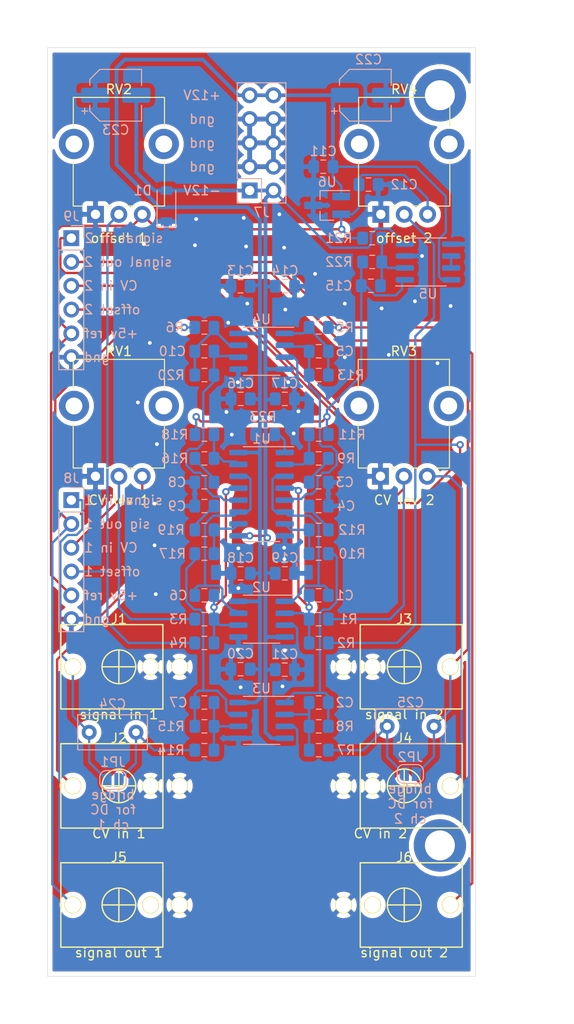
<source format=kicad_pcb>
(kicad_pcb (version 20171130) (host pcbnew 5.1.5-52549c5~84~ubuntu18.04.1)
  (layers (0 F.Cu signal) (31 B.Cu signal) (34 B.Paste user) (35 F.Paste user) (36 B.SilkS user) (37 F.SilkS user hide) (38 B.Mask user) (39 F.Mask user) (44 Edge.Cuts user))
  (net 0 "")
  (net 1 "Net-(C1-Pad1)")
  (net 2 /VCA_1/VCA_1_CV_summing_node_i_in)
  (net 3 "Net-(C2-Pad1)")
  (net 4 "Net-(C2-Pad2)")
  (net 5 GND)
  (net 6 "Net-(C3-Pad1)")
  (net 7 "Net-(C4-Pad1)")
  (net 8 /VCA_1/VCA_1_signal_v_out)
  (net 9 "Net-(C5-Pad2)")
  (net 10 "Net-(C6-Pad1)")
  (net 11 /VCA_2/VCA_2_CV_summing_node_i_in)
  (net 12 "Net-(C7-Pad1)")
  (net 13 "Net-(C7-Pad2)")
  (net 14 "Net-(C8-Pad1)")
  (net 15 "Net-(C9-Pad1)")
  (net 16 "Net-(C10-Pad2)")
  (net 17 /VCA_2/VCA_2_signal_v_out)
  (net 18 +12V)
  (net 19 +5VA)
  (net 20 -12V)
  (net 21 "Net-(C15-Pad2)")
  (net 22 -5VA)
  (net 23 "Net-(J2-Pad3)")
  (net 24 "Net-(J4-Pad3)")
  (net 25 "Net-(J5-Pad2)")
  (net 26 "Net-(J6-Pad2)")
  (net 27 "Net-(R11-Pad1)")
  (net 28 "Net-(R10-Pad1)")
  (net 29 "Net-(R16-Pad1)")
  (net 30 "Net-(R17-Pad1)")
  (net 31 "Net-(R23-Pad2)")
  (net 32 "Net-(U5-Pad6)")
  (net 33 /signal_in_1)
  (net 34 /signal_in_2)
  (net 35 /signal_out_1)
  (net 36 /signal_out_2)
  (net 37 /offset_in_1)
  (net 38 /CV_in_1)
  (net 39 /CV_in_2)
  (net 40 /offset_in_2)
  (net 41 /VCA_1/VCA_1_signal_v_in)
  (net 42 /VCA_2/VCA_2_signal_v_in)
  (module MountingHole:MountingHole_3.2mm_M3_DIN965_Pad (layer F.Cu) (at 113.03 161.29)
    (fp_text reference REF** hide)
    (fp_text value MountingHole_3.2mm_M3_DIN965_Pad)
    (pad 1 thru_hole circle (at 0 0) (size 5.6 5.6) (drill 3.2) (layers *.Cu *.Mask))
  )
  (module MountingHole:MountingHole_3.2mm_M3_DIN965_Pad (layer F.Cu) (at 113.03 81.28)
    (fp_text reference REF** hide)
    (fp_text value MountingHole_3.2mm_M3_DIN965_Pad)
    (pad 1 thru_hole circle (at 0 0) (size 5.6 5.6) (drill 3.2) (layers *.Cu *.Mask))
  )
  (module Capacitor_SMD:C_0805_2012Metric_Pad1.15x1.40mm_HandSolder (layer B.Cu) (at 100.575 88.9 180)
    (fp_text reference C11 (at 0 1.65) (layer B.SilkS) (effects (justify mirror)))
    (fp_text value 100nF)
    (pad 2 smd roundrect (at 1.025 0 180) (size 1.15 1.4) (layers B.Cu B.Paste B.Mask) (roundrect_rratio 0.217391) (net 5 GND))
    (pad 1 smd roundrect (at -1.025 0 180) (size 1.15 1.4) (layers B.Cu B.Paste B.Mask) (roundrect_rratio 0.217391) (net 18 +12V))
  )
  (module Capacitor_SMD:C_0805_2012Metric_Pad1.15x1.40mm_HandSolder (layer B.Cu) (at 105.41 90.805)
    (fp_text reference C12 (at 3.81 0) (layer B.SilkS) (effects (justify mirror)))
    (fp_text value 100nF)
    (pad 1 smd roundrect (at -1.025 0) (size 1.15 1.4) (layers B.Cu B.Paste B.Mask) (roundrect_rratio 0.217391) (net 19 +5VA))
    (pad 2 smd roundrect (at 1.025 0) (size 1.15 1.4) (layers B.Cu B.Paste B.Mask) (roundrect_rratio 0.217391) (net 5 GND))
  )
  (module Capacitor_SMD:C_0805_2012Metric_Pad1.15x1.40mm_HandSolder (layer B.Cu) (at 91.7358 101.6508 180)
    (fp_text reference C13 (at 0 1.65) (layer B.SilkS) (effects (justify mirror)))
    (fp_text value 100nF)
    (pad 1 smd roundrect (at -1.025 0 180) (size 1.15 1.4) (layers B.Cu B.Paste B.Mask) (roundrect_rratio 0.217391) (net 18 +12V))
    (pad 2 smd roundrect (at 1.025 0 180) (size 1.15 1.4) (layers B.Cu B.Paste B.Mask) (roundrect_rratio 0.217391) (net 5 GND))
  )
  (module Capacitor_SMD:C_0805_2012Metric_Pad1.15x1.40mm_HandSolder (layer B.Cu) (at 96.4782 101.6508 180)
    (fp_text reference C14 (at 0 1.65) (layer B.SilkS) (effects (justify mirror)))
    (fp_text value 100nF)
    (pad 2 smd roundrect (at 1.025 0 180) (size 1.15 1.4) (layers B.Cu B.Paste B.Mask) (roundrect_rratio 0.217391) (net 20 -12V))
    (pad 1 smd roundrect (at -1.025 0 180) (size 1.15 1.4) (layers B.Cu B.Paste B.Mask) (roundrect_rratio 0.217391) (net 5 GND))
  )
  (module Capacitor_SMD:C_0805_2012Metric_Pad1.15x1.40mm_HandSolder (layer B.Cu) (at 105.655 101.6)
    (fp_text reference C15 (at -3.42 0) (layer B.SilkS) (effects (justify mirror)))
    (fp_text value 100nF)
    (pad 2 smd roundrect (at 1.025 0) (size 1.15 1.4) (layers B.Cu B.Paste B.Mask) (roundrect_rratio 0.217391) (net 21 "Net-(C15-Pad2)"))
    (pad 1 smd roundrect (at -1.025 0) (size 1.15 1.4) (layers B.Cu B.Paste B.Mask) (roundrect_rratio 0.217391) (net 22 -5VA))
  )
  (module Capacitor_SMD:C_0805_2012Metric_Pad1.15x1.40mm_HandSolder (layer B.Cu) (at 91.7485 113.665 180)
    (fp_text reference C16 (at 0 1.65) (layer B.SilkS) (effects (justify mirror)))
    (fp_text value 100nF)
    (pad 1 smd roundrect (at -1.025 0 180) (size 1.15 1.4) (layers B.Cu B.Paste B.Mask) (roundrect_rratio 0.217391) (net 18 +12V))
    (pad 2 smd roundrect (at 1.025 0 180) (size 1.15 1.4) (layers B.Cu B.Paste B.Mask) (roundrect_rratio 0.217391) (net 5 GND))
  )
  (module Capacitor_SMD:C_0805_2012Metric_Pad1.15x1.40mm_HandSolder (layer B.Cu) (at 96.4655 113.665 180)
    (fp_text reference C17 (at 0 1.65) (layer B.SilkS) (effects (justify mirror)))
    (fp_text value 100nF)
    (pad 2 smd roundrect (at 1.025 0 180) (size 1.15 1.4) (layers B.Cu B.Paste B.Mask) (roundrect_rratio 0.217391) (net 20 -12V))
    (pad 1 smd roundrect (at -1.025 0 180) (size 1.15 1.4) (layers B.Cu B.Paste B.Mask) (roundrect_rratio 0.217391) (net 5 GND))
  )
  (module Capacitor_SMD:C_0805_2012Metric_Pad1.15x1.40mm_HandSolder (layer B.Cu) (at 91.7485 132.2705 180)
    (fp_text reference C18 (at 0 1.65) (layer B.SilkS) (effects (justify mirror)))
    (fp_text value 100nF)
    (pad 1 smd roundrect (at -1.025 0 180) (size 1.15 1.4) (layers B.Cu B.Paste B.Mask) (roundrect_rratio 0.217391) (net 18 +12V))
    (pad 2 smd roundrect (at 1.025 0 180) (size 1.15 1.4) (layers B.Cu B.Paste B.Mask) (roundrect_rratio 0.217391) (net 5 GND))
  )
  (module Capacitor_SMD:C_0805_2012Metric_Pad1.15x1.40mm_HandSolder (layer B.Cu) (at 96.4655 132.2705 180)
    (fp_text reference C19 (at 0 1.65) (layer B.SilkS) (effects (justify mirror)))
    (fp_text value 100nF)
    (pad 2 smd roundrect (at 1.025 0 180) (size 1.15 1.4) (layers B.Cu B.Paste B.Mask) (roundrect_rratio 0.217391) (net 20 -12V))
    (pad 1 smd roundrect (at -1.025 0 180) (size 1.15 1.4) (layers B.Cu B.Paste B.Mask) (roundrect_rratio 0.217391) (net 5 GND))
  )
  (module Capacitor_SMD:C_0805_2012Metric_Pad1.15x1.40mm_HandSolder (layer B.Cu) (at 91.7358 142.494 180)
    (fp_text reference C20 (at 0 1.65) (layer B.SilkS) (effects (justify mirror)))
    (fp_text value 100nF)
    (pad 2 smd roundrect (at 1.025 0 180) (size 1.15 1.4) (layers B.Cu B.Paste B.Mask) (roundrect_rratio 0.217391) (net 5 GND))
    (pad 1 smd roundrect (at -1.025 0 180) (size 1.15 1.4) (layers B.Cu B.Paste B.Mask) (roundrect_rratio 0.217391) (net 18 +12V))
  )
  (module Capacitor_SMD:C_0805_2012Metric_Pad1.15x1.40mm_HandSolder (layer B.Cu) (at 96.4602 142.5448 180)
    (fp_text reference C21 (at 0 1.65) (layer B.SilkS) (effects (justify mirror)))
    (fp_text value 100nF)
    (pad 1 smd roundrect (at -1.025 0 180) (size 1.15 1.4) (layers B.Cu B.Paste B.Mask) (roundrect_rratio 0.217391) (net 5 GND))
    (pad 2 smd roundrect (at 1.025 0 180) (size 1.15 1.4) (layers B.Cu B.Paste B.Mask) (roundrect_rratio 0.217391) (net 20 -12V))
  )
  (module Capacitor_SMD:CP_Elec_5x5.4 (layer B.Cu) (at 105.07 81.28)
    (fp_text reference C22 (at 0.34 -3.81) (layer B.SilkS) (effects (justify mirror)))
    (fp_text value 10uF)
    (pad 2 smd roundrect (at 2.2 0) (size 3 1.6) (layers B.Cu B.Paste B.Mask) (roundrect_rratio 0.15625) (net 5 GND))
    (pad 1 smd roundrect (at -2.2 0) (size 3 1.6) (layers B.Cu B.Paste B.Mask) (roundrect_rratio 0.15625) (net 18 +12V))
  )
  (module Capacitor_SMD:CP_Elec_5x5.4 (layer B.Cu) (at 78.4 81.28)
    (fp_text reference C23 (at 0 3.7) (layer B.SilkS) (effects (justify mirror)))
    (fp_text value 10uF)
    (pad 1 smd roundrect (at -2.2 0) (size 3 1.6) (layers B.Cu B.Paste B.Mask) (roundrect_rratio 0.15625) (net 5 GND))
    (pad 2 smd roundrect (at 2.2 0) (size 3 1.6) (layers B.Cu B.Paste B.Mask) (roundrect_rratio 0.15625) (net 20 -12V))
  )
  (module Eurocad:PJ301M-12 (layer F.Cu) (at 78.74 142.24 90)
    (fp_text reference J1 (at 5.08 0 180) (layer F.SilkS))
    (fp_text value signal_in_1)
    (pad 2 thru_hole circle (at 0 3.38 90) (size 1.8 1.8) (drill 1.6) (layers *.Cu *.Mask F.SilkS) (net 5 GND))
    (pad 1 thru_hole circle (at 0 6.48 90) (size 1.8 1.8) (drill 1.6) (layers *.Cu *.Mask F.SilkS) (net 5 GND))
    (pad 3 thru_hole circle (at 0 -4.92 90) (size 1.8 1.8) (drill 1.6) (layers *.Cu *.Mask F.SilkS) (net 33 /signal_in_1))
  )
  (module Eurocad:PJ301M-12 (layer F.Cu) (at 78.74 154.94 90)
    (fp_text reference J2 (at 5.08 0 180) (layer F.SilkS))
    (fp_text value CV_in_1)
    (pad 3 thru_hole circle (at 0 -4.92 90) (size 1.8 1.8) (drill 1.6) (layers *.Cu *.Mask F.SilkS) (net 23 "Net-(J2-Pad3)"))
    (pad 1 thru_hole circle (at 0 6.48 90) (size 1.8 1.8) (drill 1.6) (layers *.Cu *.Mask F.SilkS) (net 5 GND))
    (pad 2 thru_hole circle (at 0 3.38 90) (size 1.8 1.8) (drill 1.6) (layers *.Cu *.Mask F.SilkS) (net 5 GND))
  )
  (module Eurocad:PJ301M-12 (layer F.Cu) (at 109.22 142.24 270)
    (fp_text reference J3 (at -5.08 0 180) (layer F.SilkS))
    (fp_text value signal_in_2)
    (pad 3 thru_hole circle (at 0 -4.92 270) (size 1.8 1.8) (drill 1.6) (layers *.Cu *.Mask F.SilkS) (net 34 /signal_in_2))
    (pad 1 thru_hole circle (at 0 6.48 270) (size 1.8 1.8) (drill 1.6) (layers *.Cu *.Mask F.SilkS) (net 5 GND))
    (pad 2 thru_hole circle (at 0 3.38 270) (size 1.8 1.8) (drill 1.6) (layers *.Cu *.Mask F.SilkS) (net 5 GND))
  )
  (module Eurocad:PJ301M-12 (layer F.Cu) (at 109.22 154.94 270)
    (fp_text reference J4 (at -5.08 0 180) (layer F.SilkS))
    (fp_text value CV_in_2)
    (pad 2 thru_hole circle (at 0 3.38 270) (size 1.8 1.8) (drill 1.6) (layers *.Cu *.Mask F.SilkS) (net 5 GND))
    (pad 1 thru_hole circle (at 0 6.48 270) (size 1.8 1.8) (drill 1.6) (layers *.Cu *.Mask F.SilkS) (net 5 GND))
    (pad 3 thru_hole circle (at 0 -4.92 270) (size 1.8 1.8) (drill 1.6) (layers *.Cu *.Mask F.SilkS) (net 24 "Net-(J4-Pad3)"))
  )
  (module Eurocad:PJ301M-12 (layer F.Cu) (at 78.74 167.64 90)
    (fp_text reference J5 (at 5.08 0 180) (layer F.SilkS))
    (fp_text value signal_out_1)
    (pad 3 thru_hole circle (at 0 -4.92 90) (size 1.8 1.8) (drill 1.6) (layers *.Cu *.Mask F.SilkS) (net 35 /signal_out_1))
    (pad 1 thru_hole circle (at 0 6.48 90) (size 1.8 1.8) (drill 1.6) (layers *.Cu *.Mask F.SilkS) (net 5 GND))
    (pad 2 thru_hole circle (at 0 3.38 90) (size 1.8 1.8) (drill 1.6) (layers *.Cu *.Mask F.SilkS) (net 25 "Net-(J5-Pad2)"))
  )
  (module Eurocad:PJ301M-12 (layer F.Cu) (at 109.22 167.64 270)
    (fp_text reference J6 (at -5.08 0 180) (layer F.SilkS))
    (fp_text value signal_out_2)
    (pad 2 thru_hole circle (at 0 3.38 270) (size 1.8 1.8) (drill 1.6) (layers *.Cu *.Mask F.SilkS) (net 26 "Net-(J6-Pad2)"))
    (pad 1 thru_hole circle (at 0 6.48 270) (size 1.8 1.8) (drill 1.6) (layers *.Cu *.Mask F.SilkS) (net 5 GND))
    (pad 3 thru_hole circle (at 0 -4.92 270) (size 1.8 1.8) (drill 1.6) (layers *.Cu *.Mask F.SilkS) (net 36 /signal_out_2))
  )
  (module Connector_PinHeader_2.54mm:PinHeader_2x05_P2.54mm_Vertical (layer B.Cu) (at 92.71 91.44)
    (fp_text reference J7 (at 1.27 2.33) (layer B.SilkS) (effects (justify mirror)))
    (fp_text value power_input)
    (pad 1 thru_hole rect (at 0 0) (size 1.7 1.7) (drill 1) (layers *.Cu *.Mask) (net 20 -12V))
    (pad 2 thru_hole oval (at 2.54 0) (size 1.7 1.7) (drill 1) (layers *.Cu *.Mask) (net 20 -12V))
    (pad 3 thru_hole oval (at 0 -2.54) (size 1.7 1.7) (drill 1) (layers *.Cu *.Mask) (net 5 GND))
    (pad 4 thru_hole oval (at 2.54 -2.54) (size 1.7 1.7) (drill 1) (layers *.Cu *.Mask) (net 5 GND))
    (pad 5 thru_hole oval (at 0 -5.08) (size 1.7 1.7) (drill 1) (layers *.Cu *.Mask) (net 5 GND))
    (pad 6 thru_hole oval (at 2.54 -5.08) (size 1.7 1.7) (drill 1) (layers *.Cu *.Mask) (net 5 GND))
    (pad 7 thru_hole oval (at 0 -7.62) (size 1.7 1.7) (drill 1) (layers *.Cu *.Mask) (net 5 GND))
    (pad 8 thru_hole oval (at 2.54 -7.62) (size 1.7 1.7) (drill 1) (layers *.Cu *.Mask) (net 5 GND))
    (pad 9 thru_hole oval (at 0 -10.16) (size 1.7 1.7) (drill 1) (layers *.Cu *.Mask) (net 18 +12V))
    (pad 10 thru_hole oval (at 2.54 -10.16) (size 1.7 1.7) (drill 1) (layers *.Cu *.Mask) (net 18 +12V))
  )
  (module Resistor_SMD:R_0805_2012Metric_Pad1.15x1.40mm_HandSolder (layer B.Cu) (at 100.085 137.16)
    (fp_text reference R1 (at 3.175 0) (layer B.SilkS) (effects (justify mirror)))
    (fp_text value 100k)
    (pad 2 smd roundrect (at 1.025 0) (size 1.15 1.4) (layers B.Cu B.Paste B.Mask) (roundrect_rratio 0.217391) (net 39 /CV_in_2))
    (pad 1 smd roundrect (at -1.025 0) (size 1.15 1.4) (layers B.Cu B.Paste B.Mask) (roundrect_rratio 0.217391) (net 11 /VCA_2/VCA_2_CV_summing_node_i_in))
  )
  (module Resistor_SMD:R_0805_2012Metric_Pad1.15x1.40mm_HandSolder (layer B.Cu) (at 100.085 139.7)
    (fp_text reference R2 (at 2.93 0) (layer B.SilkS) (effects (justify mirror)))
    (fp_text value R)
    (pad 2 smd roundrect (at 1.025 0) (size 1.15 1.4) (layers B.Cu B.Paste B.Mask) (roundrect_rratio 0.217391) (net 40 /offset_in_2))
    (pad 1 smd roundrect (at -1.025 0) (size 1.15 1.4) (layers B.Cu B.Paste B.Mask) (roundrect_rratio 0.217391) (net 11 /VCA_2/VCA_2_CV_summing_node_i_in))
  )
  (module Resistor_SMD:R_0805_2012Metric_Pad1.15x1.40mm_HandSolder (layer B.Cu) (at 87.875 137.16 180)
    (fp_text reference R3 (at 2.785 0) (layer B.SilkS) (effects (justify mirror)))
    (fp_text value 100k)
    (pad 1 smd roundrect (at -1.025 0 180) (size 1.15 1.4) (layers B.Cu B.Paste B.Mask) (roundrect_rratio 0.217391) (net 2 /VCA_1/VCA_1_CV_summing_node_i_in))
    (pad 2 smd roundrect (at 1.025 0 180) (size 1.15 1.4) (layers B.Cu B.Paste B.Mask) (roundrect_rratio 0.217391) (net 38 /CV_in_1))
  )
  (module Resistor_SMD:R_0805_2012Metric_Pad1.15x1.40mm_HandSolder (layer B.Cu) (at 87.875 139.7 180)
    (fp_text reference R4 (at 2.785 0) (layer B.SilkS) (effects (justify mirror)))
    (fp_text value R)
    (pad 2 smd roundrect (at 1.025 0 180) (size 1.15 1.4) (layers B.Cu B.Paste B.Mask) (roundrect_rratio 0.217391) (net 37 /offset_in_1))
    (pad 1 smd roundrect (at -1.025 0 180) (size 1.15 1.4) (layers B.Cu B.Paste B.Mask) (roundrect_rratio 0.217391) (net 2 /VCA_1/VCA_1_CV_summing_node_i_in))
  )
  (module Resistor_SMD:R_0805_2012Metric_Pad1.15x1.40mm_HandSolder (layer B.Cu) (at 100.085 106.045 180)
    (fp_text reference R5 (at -2.785 0) (layer B.SilkS) (effects (justify mirror)))
    (fp_text value 1k)
    (pad 1 smd roundrect (at -1.025 0 180) (size 1.15 1.4) (layers B.Cu B.Paste B.Mask) (roundrect_rratio 0.217391) (net 36 /signal_out_2))
    (pad 2 smd roundrect (at 1.025 0 180) (size 1.15 1.4) (layers B.Cu B.Paste B.Mask) (roundrect_rratio 0.217391) (net 17 /VCA_2/VCA_2_signal_v_out))
  )
  (module Resistor_SMD:R_0805_2012Metric_Pad1.15x1.40mm_HandSolder (layer B.Cu) (at 87.875 106.045)
    (fp_text reference R6 (at -3.175 0) (layer B.SilkS) (effects (justify mirror)))
    (fp_text value 1k)
    (pad 1 smd roundrect (at -1.025 0) (size 1.15 1.4) (layers B.Cu B.Paste B.Mask) (roundrect_rratio 0.217391) (net 35 /signal_out_1))
    (pad 2 smd roundrect (at 1.025 0) (size 1.15 1.4) (layers B.Cu B.Paste B.Mask) (roundrect_rratio 0.217391) (net 8 /VCA_1/VCA_1_signal_v_out))
  )
  (module Resistor_SMD:R_0805_2012Metric_Pad1.15x1.40mm_HandSolder (layer B.Cu) (at 105.8 96.52 180)
    (fp_text reference R21 (at 3.565 0) (layer B.SilkS) (effects (justify mirror)))
    (fp_text value 10k)
    (pad 2 smd roundrect (at 1.025 0 180) (size 1.15 1.4) (layers B.Cu B.Paste B.Mask) (roundrect_rratio 0.217391) (net 19 +5VA))
    (pad 1 smd roundrect (at -1.025 0 180) (size 1.15 1.4) (layers B.Cu B.Paste B.Mask) (roundrect_rratio 0.217391) (net 21 "Net-(C15-Pad2)"))
  )
  (module Resistor_SMD:R_0805_2012Metric_Pad1.15x1.40mm_HandSolder (layer B.Cu) (at 105.8 99.06)
    (fp_text reference R22 (at -3.565 0) (layer B.SilkS) (effects (justify mirror)))
    (fp_text value 10k)
    (pad 1 smd roundrect (at -1.025 0) (size 1.15 1.4) (layers B.Cu B.Paste B.Mask) (roundrect_rratio 0.217391) (net 22 -5VA))
    (pad 2 smd roundrect (at 1.025 0) (size 1.15 1.4) (layers B.Cu B.Paste B.Mask) (roundrect_rratio 0.217391) (net 21 "Net-(C15-Pad2)"))
  )
  (module Resistor_SMD:R_0805_2012Metric_Pad1.15x1.40mm_HandSolder (layer B.Cu) (at 94.37 117.475)
    (fp_text reference R23 (at -0.245 -1.905) (layer B.SilkS) (effects (justify mirror)))
    (fp_text value R)
    (pad 1 smd roundrect (at -1.025 0) (size 1.15 1.4) (layers B.Cu B.Paste B.Mask) (roundrect_rratio 0.217391) (net 18 +12V))
    (pad 2 smd roundrect (at 1.025 0) (size 1.15 1.4) (layers B.Cu B.Paste B.Mask) (roundrect_rratio 0.217391) (net 31 "Net-(R23-Pad2)"))
  )
  (module Potentiometer_THT:Potentiometer_Alpha_RD901F-40-00D_Single_Vertical_CircularHoles (layer F.Cu) (at 76.24 121.92 90)
    (fp_text reference RV1 (at 13.335 2.5) (layer F.SilkS))
    (fp_text value 100k)
    (pad "" thru_hole circle (at 7.5 -2.3 180) (size 3.24 3.24) (drill 1.8) (layers *.Cu *.Mask))
    (pad "" thru_hole circle (at 7.5 7.3 180) (size 3.24 3.24) (drill 1.8) (layers *.Cu *.Mask))
    (pad 3 thru_hole circle (at 0 5 180) (size 1.8 1.8) (drill 1) (layers *.Cu *.Mask) (net 23 "Net-(J2-Pad3)"))
    (pad 2 thru_hole circle (at 0 2.5 180) (size 1.8 1.8) (drill 1) (layers *.Cu *.Mask) (net 38 /CV_in_1))
    (pad 1 thru_hole rect (at 0 0 180) (size 1.8 1.8) (drill 1) (layers *.Cu *.Mask) (net 5 GND))
  )
  (module Potentiometer_THT:Potentiometer_Alpha_RD901F-40-00D_Single_Vertical_CircularHoles (layer F.Cu) (at 76.24 93.98 90)
    (fp_text reference RV2 (at 13.335 2.5) (layer F.SilkS))
    (fp_text value 100k)
    (pad 1 thru_hole rect (at 0 0 180) (size 1.8 1.8) (drill 1) (layers *.Cu *.Mask) (net 5 GND))
    (pad 2 thru_hole circle (at 0 2.5 180) (size 1.8 1.8) (drill 1) (layers *.Cu *.Mask) (net 37 /offset_in_1))
    (pad 3 thru_hole circle (at 0 5 180) (size 1.8 1.8) (drill 1) (layers *.Cu *.Mask) (net 19 +5VA))
    (pad "" thru_hole circle (at 7.5 7.3 180) (size 3.24 3.24) (drill 1.8) (layers *.Cu *.Mask))
    (pad "" thru_hole circle (at 7.5 -2.3 180) (size 3.24 3.24) (drill 1.8) (layers *.Cu *.Mask))
  )
  (module Potentiometer_THT:Potentiometer_Alpha_RD901F-40-00D_Single_Vertical_CircularHoles (layer F.Cu) (at 106.68 121.92 90)
    (fp_text reference RV3 (at 13.335 2.5) (layer F.SilkS))
    (fp_text value 100k)
    (pad "" thru_hole circle (at 7.5 -2.3 180) (size 3.24 3.24) (drill 1.8) (layers *.Cu *.Mask))
    (pad "" thru_hole circle (at 7.5 7.3 180) (size 3.24 3.24) (drill 1.8) (layers *.Cu *.Mask))
    (pad 3 thru_hole circle (at 0 5 180) (size 1.8 1.8) (drill 1) (layers *.Cu *.Mask) (net 24 "Net-(J4-Pad3)"))
    (pad 2 thru_hole circle (at 0 2.5 180) (size 1.8 1.8) (drill 1) (layers *.Cu *.Mask) (net 39 /CV_in_2))
    (pad 1 thru_hole rect (at 0 0 180) (size 1.8 1.8) (drill 1) (layers *.Cu *.Mask) (net 5 GND))
  )
  (module Potentiometer_THT:Potentiometer_Alpha_RD901F-40-00D_Single_Vertical_CircularHoles (layer F.Cu) (at 106.72 93.98 90)
    (fp_text reference RV4 (at 13.335 2.5) (layer F.SilkS))
    (fp_text value 100k)
    (pad 1 thru_hole rect (at 0 0 180) (size 1.8 1.8) (drill 1) (layers *.Cu *.Mask) (net 5 GND))
    (pad 2 thru_hole circle (at 0 2.5 180) (size 1.8 1.8) (drill 1) (layers *.Cu *.Mask) (net 40 /offset_in_2))
    (pad 3 thru_hole circle (at 0 5 180) (size 1.8 1.8) (drill 1) (layers *.Cu *.Mask) (net 19 +5VA))
    (pad "" thru_hole circle (at 7.5 7.3 180) (size 3.24 3.24) (drill 1.8) (layers *.Cu *.Mask))
    (pad "" thru_hole circle (at 7.5 -2.3 180) (size 3.24 3.24) (drill 1.8) (layers *.Cu *.Mask))
  )
  (module Package_SO:SOIC-8_3.9x4.9mm_P1.27mm (layer B.Cu) (at 111.76 99.06)
    (fp_text reference U5 (at 0 3.4) (layer B.SilkS) (effects (justify mirror)))
    (fp_text value TL072)
    (pad 8 smd roundrect (at 2.475 1.905) (size 1.95 0.6) (layers B.Cu B.Paste B.Mask) (net 18 +12V))
    (pad 7 smd roundrect (at 2.475 0.635) (size 1.95 0.6) (layers B.Cu B.Paste B.Mask) (net 32 "Net-(U5-Pad6)"))
    (pad 6 smd roundrect (at 2.475 -0.635) (size 1.95 0.6) (layers B.Cu B.Paste B.Mask) (net 32 "Net-(U5-Pad6)"))
    (pad 5 smd roundrect (at 2.475 -1.905) (size 1.95 0.6) (layers B.Cu B.Paste B.Mask) (net 5 GND))
    (pad 4 smd roundrect (at -2.475 -1.905) (size 1.95 0.6) (layers B.Cu B.Paste B.Mask) (net 20 -12V))
    (pad 3 smd roundrect (at -2.475 -0.635) (size 1.95 0.6) (layers B.Cu B.Paste B.Mask) (net 5 GND))
    (pad 2 smd roundrect (at -2.475 0.635) (size 1.95 0.6) (layers B.Cu B.Paste B.Mask) (net 21 "Net-(C15-Pad2)"))
    (pad 1 smd roundrect (at -2.475 1.905) (size 1.95 0.6) (layers B.Cu B.Paste B.Mask) (net 22 -5VA))
  )
  (module Capacitor_SMD:C_0805_2012Metric_Pad1.15x1.40mm_HandSolder (layer B.Cu) (at 100.085 134.62 180)
    (fp_text reference C1 (at -2.785 0) (layer B.SilkS) (effects (justify mirror)))
    (fp_text value 100pF)
    (pad 1 smd roundrect (at -1.025 0 180) (size 1.15 1.4) (layers B.Cu B.Paste B.Mask) (roundrect_rratio 0.217391) (net 1 "Net-(C1-Pad1)"))
    (pad 2 smd roundrect (at 1.025 0 180) (size 1.15 1.4) (layers B.Cu B.Paste B.Mask) (roundrect_rratio 0.217391) (net 11 /VCA_2/VCA_2_CV_summing_node_i_in))
  )
  (module Capacitor_SMD:C_0805_2012Metric_Pad1.15x1.40mm_HandSolder (layer B.Cu) (at 100.085 146.05 180)
    (fp_text reference C2 (at -2.785 0) (layer B.SilkS) (effects (justify mirror)))
    (fp_text value 22pF)
    (pad 1 smd roundrect (at -1.025 0 180) (size 1.15 1.4) (layers B.Cu B.Paste B.Mask) (roundrect_rratio 0.217391) (net 3 "Net-(C2-Pad1)"))
    (pad 2 smd roundrect (at 1.025 0 180) (size 1.15 1.4) (layers B.Cu B.Paste B.Mask) (roundrect_rratio 0.217391) (net 4 "Net-(C2-Pad2)"))
  )
  (module Capacitor_SMD:C_0805_2012Metric_Pad1.15x1.40mm_HandSolder (layer B.Cu) (at 100.085 122.555)
    (fp_text reference C3 (at 2.785 0) (layer B.SilkS) (effects (justify mirror)))
    (fp_text value 560pF)
    (pad 2 smd roundrect (at 1.025 0) (size 1.15 1.4) (layers B.Cu B.Paste B.Mask) (roundrect_rratio 0.217391) (net 5 GND))
    (pad 1 smd roundrect (at -1.025 0) (size 1.15 1.4) (layers B.Cu B.Paste B.Mask) (roundrect_rratio 0.217391) (net 6 "Net-(C3-Pad1)"))
  )
  (module Capacitor_SMD:C_0805_2012Metric_Pad1.15x1.40mm_HandSolder (layer B.Cu) (at 100.085 125.095)
    (fp_text reference C4 (at 2.93 0) (layer B.SilkS) (effects (justify mirror)))
    (fp_text value 560pF)
    (pad 1 smd roundrect (at -1.025 0) (size 1.15 1.4) (layers B.Cu B.Paste B.Mask) (roundrect_rratio 0.217391) (net 7 "Net-(C4-Pad1)"))
    (pad 2 smd roundrect (at 1.025 0) (size 1.15 1.4) (layers B.Cu B.Paste B.Mask) (roundrect_rratio 0.217391) (net 5 GND))
  )
  (module Capacitor_SMD:C_0805_2012Metric_Pad1.15x1.40mm_HandSolder (layer B.Cu) (at 100.085 108.585 180)
    (fp_text reference C5 (at -2.785 0) (layer B.SilkS) (effects (justify mirror)))
    (fp_text value 100pF)
    (pad 2 smd roundrect (at 1.025 0 180) (size 1.15 1.4) (layers B.Cu B.Paste B.Mask) (roundrect_rratio 0.217391) (net 9 "Net-(C5-Pad2)"))
    (pad 1 smd roundrect (at -1.025 0 180) (size 1.15 1.4) (layers B.Cu B.Paste B.Mask) (roundrect_rratio 0.217391) (net 17 /VCA_2/VCA_2_signal_v_out))
  )
  (module Capacitor_SMD:C_0805_2012Metric_Pad1.15x1.40mm_HandSolder (layer B.Cu) (at 87.875 134.62)
    (fp_text reference C6 (at -2.785 0) (layer B.SilkS) (effects (justify mirror)))
    (fp_text value 100pF)
    (pad 1 smd roundrect (at -1.025 0) (size 1.15 1.4) (layers B.Cu B.Paste B.Mask) (roundrect_rratio 0.217391) (net 10 "Net-(C6-Pad1)"))
    (pad 2 smd roundrect (at 1.025 0) (size 1.15 1.4) (layers B.Cu B.Paste B.Mask) (roundrect_rratio 0.217391) (net 2 /VCA_1/VCA_1_CV_summing_node_i_in))
  )
  (module Capacitor_SMD:C_0805_2012Metric_Pad1.15x1.40mm_HandSolder (layer B.Cu) (at 87.875 146.05)
    (fp_text reference C7 (at -2.785 0) (layer B.SilkS) (effects (justify mirror)))
    (fp_text value 22pF)
    (pad 1 smd roundrect (at -1.025 0) (size 1.15 1.4) (layers B.Cu B.Paste B.Mask) (roundrect_rratio 0.217391) (net 12 "Net-(C7-Pad1)"))
    (pad 2 smd roundrect (at 1.025 0) (size 1.15 1.4) (layers B.Cu B.Paste B.Mask) (roundrect_rratio 0.217391) (net 13 "Net-(C7-Pad2)"))
  )
  (module Capacitor_SMD:C_0805_2012Metric_Pad1.15x1.40mm_HandSolder (layer B.Cu) (at 87.875 122.555 180)
    (fp_text reference C8 (at 2.93 0) (layer B.SilkS) (effects (justify mirror)))
    (fp_text value 560pF)
    (pad 2 smd roundrect (at 1.025 0 180) (size 1.15 1.4) (layers B.Cu B.Paste B.Mask) (roundrect_rratio 0.217391) (net 5 GND))
    (pad 1 smd roundrect (at -1.025 0 180) (size 1.15 1.4) (layers B.Cu B.Paste B.Mask) (roundrect_rratio 0.217391) (net 14 "Net-(C8-Pad1)"))
  )
  (module Capacitor_SMD:C_0805_2012Metric_Pad1.15x1.40mm_HandSolder (layer B.Cu) (at 87.875 125.095 180)
    (fp_text reference C9 (at 2.93 0) (layer B.SilkS) (effects (justify mirror)))
    (fp_text value 560pF)
    (pad 2 smd roundrect (at 1.025 0 180) (size 1.15 1.4) (layers B.Cu B.Paste B.Mask) (roundrect_rratio 0.217391) (net 5 GND))
    (pad 1 smd roundrect (at -1.025 0 180) (size 1.15 1.4) (layers B.Cu B.Paste B.Mask) (roundrect_rratio 0.217391) (net 15 "Net-(C9-Pad1)"))
  )
  (module Capacitor_SMD:C_0805_2012Metric_Pad1.15x1.40mm_HandSolder (layer B.Cu) (at 87.875 108.585)
    (fp_text reference C10 (at -3.42 0) (layer B.SilkS) (effects (justify mirror)))
    (fp_text value 100pF)
    (pad 2 smd roundrect (at 1.025 0) (size 1.15 1.4) (layers B.Cu B.Paste B.Mask) (roundrect_rratio 0.217391) (net 16 "Net-(C10-Pad2)"))
    (pad 1 smd roundrect (at -1.025 0) (size 1.15 1.4) (layers B.Cu B.Paste B.Mask) (roundrect_rratio 0.217391) (net 8 /VCA_1/VCA_1_signal_v_out))
  )
  (module Resistor_SMD:R_0805_2012Metric_Pad1.15x1.40mm_HandSolder (layer B.Cu) (at 100.085 151.13)
    (fp_text reference R7 (at 2.93 0) (layer B.SilkS) (effects (justify mirror)))
    (fp_text value 100k)
    (pad 2 smd roundrect (at 1.025 0) (size 1.15 1.4) (layers B.Cu B.Paste B.Mask) (roundrect_rratio 0.217391) (net 42 /VCA_2/VCA_2_signal_v_in))
    (pad 1 smd roundrect (at -1.025 0) (size 1.15 1.4) (layers B.Cu B.Paste B.Mask) (roundrect_rratio 0.217391) (net 4 "Net-(C2-Pad2)"))
  )
  (module Resistor_SMD:R_0805_2012Metric_Pad1.15x1.40mm_HandSolder (layer B.Cu) (at 100.085 148.59 180)
    (fp_text reference R8 (at -2.785 0) (layer B.SilkS) (effects (justify mirror)))
    (fp_text value 100k)
    (pad 1 smd roundrect (at -1.025 0 180) (size 1.15 1.4) (layers B.Cu B.Paste B.Mask) (roundrect_rratio 0.217391) (net 3 "Net-(C2-Pad1)"))
    (pad 2 smd roundrect (at 1.025 0 180) (size 1.15 1.4) (layers B.Cu B.Paste B.Mask) (roundrect_rratio 0.217391) (net 4 "Net-(C2-Pad2)"))
  )
  (module Resistor_SMD:R_0805_2012Metric_Pad1.15x1.40mm_HandSolder (layer B.Cu) (at 100.085 120.015)
    (fp_text reference R9 (at 2.93 0) (layer B.SilkS) (effects (justify mirror)))
    (fp_text value 510)
    (pad 2 smd roundrect (at 1.025 0) (size 1.15 1.4) (layers B.Cu B.Paste B.Mask) (roundrect_rratio 0.217391) (net 6 "Net-(C3-Pad1)"))
    (pad 1 smd roundrect (at -1.025 0) (size 1.15 1.4) (layers B.Cu B.Paste B.Mask) (roundrect_rratio 0.217391) (net 27 "Net-(R11-Pad1)"))
  )
  (module Resistor_SMD:R_0805_2012Metric_Pad1.15x1.40mm_HandSolder (layer B.Cu) (at 100.085 130.175)
    (fp_text reference R10 (at 3.565 0) (layer B.SilkS) (effects (justify mirror)))
    (fp_text value 30k)
    (pad 1 smd roundrect (at -1.025 0) (size 1.15 1.4) (layers B.Cu B.Paste B.Mask) (roundrect_rratio 0.217391) (net 28 "Net-(R10-Pad1)"))
    (pad 2 smd roundrect (at 1.025 0) (size 1.15 1.4) (layers B.Cu B.Paste B.Mask) (roundrect_rratio 0.217391) (net 3 "Net-(C2-Pad1)"))
  )
  (module Resistor_SMD:R_0805_2012Metric_Pad1.15x1.40mm_HandSolder (layer B.Cu) (at 100.085 117.475)
    (fp_text reference R11 (at 3.565 0) (layer B.SilkS) (effects (justify mirror)))
    (fp_text value ???)
    (pad 1 smd roundrect (at -1.025 0) (size 1.15 1.4) (layers B.Cu B.Paste B.Mask) (roundrect_rratio 0.217391) (net 27 "Net-(R11-Pad1)"))
    (pad 2 smd roundrect (at 1.025 0) (size 1.15 1.4) (layers B.Cu B.Paste B.Mask) (roundrect_rratio 0.217391) (net 22 -5VA))
  )
  (module Resistor_SMD:R_0805_2012Metric_Pad1.15x1.40mm_HandSolder (layer B.Cu) (at 100.085 127.635)
    (fp_text reference R12 (at 3.565 0) (layer B.SilkS) (effects (justify mirror)))
    (fp_text value 510)
    (pad 2 smd roundrect (at 1.025 0) (size 1.15 1.4) (layers B.Cu B.Paste B.Mask) (roundrect_rratio 0.217391) (net 7 "Net-(C4-Pad1)"))
    (pad 1 smd roundrect (at -1.025 0) (size 1.15 1.4) (layers B.Cu B.Paste B.Mask) (roundrect_rratio 0.217391) (net 28 "Net-(R10-Pad1)"))
  )
  (module Resistor_SMD:R_0805_2012Metric_Pad1.15x1.40mm_HandSolder (layer B.Cu) (at 100.085 111.125 180)
    (fp_text reference R13 (at -3.42 0) (layer B.SilkS) (effects (justify mirror)))
    (fp_text value 30k)
    (pad 1 smd roundrect (at -1.025 0 180) (size 1.15 1.4) (layers B.Cu B.Paste B.Mask) (roundrect_rratio 0.217391) (net 17 /VCA_2/VCA_2_signal_v_out))
    (pad 2 smd roundrect (at 1.025 0 180) (size 1.15 1.4) (layers B.Cu B.Paste B.Mask) (roundrect_rratio 0.217391) (net 9 "Net-(C5-Pad2)"))
  )
  (module Resistor_SMD:R_0805_2012Metric_Pad1.15x1.40mm_HandSolder (layer B.Cu) (at 87.875 151.13 180)
    (fp_text reference R14 (at 3.565 0) (layer B.SilkS) (effects (justify mirror)))
    (fp_text value 100k)
    (pad 1 smd roundrect (at -1.025 0 180) (size 1.15 1.4) (layers B.Cu B.Paste B.Mask) (roundrect_rratio 0.217391) (net 13 "Net-(C7-Pad2)"))
    (pad 2 smd roundrect (at 1.025 0 180) (size 1.15 1.4) (layers B.Cu B.Paste B.Mask) (roundrect_rratio 0.217391) (net 41 /VCA_1/VCA_1_signal_v_in))
  )
  (module Resistor_SMD:R_0805_2012Metric_Pad1.15x1.40mm_HandSolder (layer B.Cu) (at 87.875 148.59)
    (fp_text reference R15 (at -3.565 0) (layer B.SilkS) (effects (justify mirror)))
    (fp_text value 100k)
    (pad 2 smd roundrect (at 1.025 0) (size 1.15 1.4) (layers B.Cu B.Paste B.Mask) (roundrect_rratio 0.217391) (net 13 "Net-(C7-Pad2)"))
    (pad 1 smd roundrect (at -1.025 0) (size 1.15 1.4) (layers B.Cu B.Paste B.Mask) (roundrect_rratio 0.217391) (net 12 "Net-(C7-Pad1)"))
  )
  (module Resistor_SMD:R_0805_2012Metric_Pad1.15x1.40mm_HandSolder (layer B.Cu) (at 87.875 120.015 180)
    (fp_text reference R16 (at 3.175 0) (layer B.SilkS) (effects (justify mirror)))
    (fp_text value 510)
    (pad 1 smd roundrect (at -1.025 0 180) (size 1.15 1.4) (layers B.Cu B.Paste B.Mask) (roundrect_rratio 0.217391) (net 29 "Net-(R16-Pad1)"))
    (pad 2 smd roundrect (at 1.025 0 180) (size 1.15 1.4) (layers B.Cu B.Paste B.Mask) (roundrect_rratio 0.217391) (net 14 "Net-(C8-Pad1)"))
  )
  (module Resistor_SMD:R_0805_2012Metric_Pad1.15x1.40mm_HandSolder (layer B.Cu) (at 87.875 130.175 180)
    (fp_text reference R17 (at 3.42 0) (layer B.SilkS) (effects (justify mirror)))
    (fp_text value 30k)
    (pad 1 smd roundrect (at -1.025 0 180) (size 1.15 1.4) (layers B.Cu B.Paste B.Mask) (roundrect_rratio 0.217391) (net 30 "Net-(R17-Pad1)"))
    (pad 2 smd roundrect (at 1.025 0 180) (size 1.15 1.4) (layers B.Cu B.Paste B.Mask) (roundrect_rratio 0.217391) (net 12 "Net-(C7-Pad1)"))
  )
  (module Resistor_SMD:R_0805_2012Metric_Pad1.15x1.40mm_HandSolder (layer B.Cu) (at 87.875 117.475 180)
    (fp_text reference R18 (at 3.175 0) (layer B.SilkS) (effects (justify mirror)))
    (fp_text value ???)
    (pad 2 smd roundrect (at 1.025 0 180) (size 1.15 1.4) (layers B.Cu B.Paste B.Mask) (roundrect_rratio 0.217391) (net 22 -5VA))
    (pad 1 smd roundrect (at -1.025 0 180) (size 1.15 1.4) (layers B.Cu B.Paste B.Mask) (roundrect_rratio 0.217391) (net 29 "Net-(R16-Pad1)"))
  )
  (module Resistor_SMD:R_0805_2012Metric_Pad1.15x1.40mm_HandSolder (layer B.Cu) (at 87.875 127.635 180)
    (fp_text reference R19 (at 3.565 0) (layer B.SilkS) (effects (justify mirror)))
    (fp_text value 510)
    (pad 2 smd roundrect (at 1.025 0 180) (size 1.15 1.4) (layers B.Cu B.Paste B.Mask) (roundrect_rratio 0.217391) (net 15 "Net-(C9-Pad1)"))
    (pad 1 smd roundrect (at -1.025 0 180) (size 1.15 1.4) (layers B.Cu B.Paste B.Mask) (roundrect_rratio 0.217391) (net 30 "Net-(R17-Pad1)"))
  )
  (module Resistor_SMD:R_0805_2012Metric_Pad1.15x1.40mm_HandSolder (layer B.Cu) (at 87.875 111.125)
    (fp_text reference R20 (at -3.565 0) (layer B.SilkS) (effects (justify mirror)))
    (fp_text value 30k)
    (pad 2 smd roundrect (at 1.025 0) (size 1.15 1.4) (layers B.Cu B.Paste B.Mask) (roundrect_rratio 0.217391) (net 16 "Net-(C10-Pad2)"))
    (pad 1 smd roundrect (at -1.025 0) (size 1.15 1.4) (layers B.Cu B.Paste B.Mask) (roundrect_rratio 0.217391) (net 8 /VCA_1/VCA_1_signal_v_out))
  )
  (module Package_SO:SOIC-16_3.9x9.9mm_P1.27mm (layer B.Cu) (at 93.98 123.825 180)
    (fp_text reference U1 (at 0 5.9) (layer B.SilkS) (effects (justify mirror)))
    (fp_text value SSM2164)
    (pad 1 smd roundrect (at -2.475 4.445 180) (size 1.95 0.6) (layers B.Cu B.Paste B.Mask) (net 31 "Net-(R23-Pad2)"))
    (pad 2 smd roundrect (at -2.475 3.175 180) (size 1.95 0.6) (layers B.Cu B.Paste B.Mask) (net 27 "Net-(R11-Pad1)"))
    (pad 3 smd roundrect (at -2.475 1.905 180) (size 1.95 0.6) (layers B.Cu B.Paste B.Mask) (net 1 "Net-(C1-Pad1)"))
    (pad 4 smd roundrect (at -2.475 0.635 180) (size 1.95 0.6) (layers B.Cu B.Paste B.Mask) (net 11 /VCA_2/VCA_2_CV_summing_node_i_in))
    (pad 5 smd roundrect (at -2.475 -0.635 180) (size 1.95 0.6) (layers B.Cu B.Paste B.Mask) (net 9 "Net-(C5-Pad2)"))
    (pad 6 smd roundrect (at -2.475 -1.905 180) (size 1.95 0.6) (layers B.Cu B.Paste B.Mask) (net 1 "Net-(C1-Pad1)"))
    (pad 7 smd roundrect (at -2.475 -3.175 180) (size 1.95 0.6) (layers B.Cu B.Paste B.Mask) (net 28 "Net-(R10-Pad1)"))
    (pad 8 smd roundrect (at -2.475 -4.445 180) (size 1.95 0.6) (layers B.Cu B.Paste B.Mask) (net 5 GND))
    (pad 9 smd roundrect (at 2.475 -4.445 180) (size 1.95 0.6) (layers B.Cu B.Paste B.Mask) (net 20 -12V))
    (pad 10 smd roundrect (at 2.475 -3.175 180) (size 1.95 0.6) (layers B.Cu B.Paste B.Mask) (net 30 "Net-(R17-Pad1)"))
    (pad 11 smd roundrect (at 2.475 -1.905 180) (size 1.95 0.6) (layers B.Cu B.Paste B.Mask) (net 10 "Net-(C6-Pad1)"))
    (pad 12 smd roundrect (at 2.475 -0.635 180) (size 1.95 0.6) (layers B.Cu B.Paste B.Mask) (net 16 "Net-(C10-Pad2)"))
    (pad 13 smd roundrect (at 2.475 0.635 180) (size 1.95 0.6) (layers B.Cu B.Paste B.Mask) (net 2 /VCA_1/VCA_1_CV_summing_node_i_in))
    (pad 14 smd roundrect (at 2.475 1.905 180) (size 1.95 0.6) (layers B.Cu B.Paste B.Mask) (net 10 "Net-(C6-Pad1)"))
    (pad 15 smd roundrect (at 2.475 3.175 180) (size 1.95 0.6) (layers B.Cu B.Paste B.Mask) (net 29 "Net-(R16-Pad1)"))
    (pad 16 smd roundrect (at 2.475 4.445 180) (size 1.95 0.6) (layers B.Cu B.Paste B.Mask) (net 18 +12V))
  )
  (module Package_SO:SOIC-8_3.9x4.9mm_P1.27mm (layer B.Cu) (at 93.98 137.16 180)
    (fp_text reference U2 (at 0 3.4) (layer B.SilkS) (effects (justify mirror)))
    (fp_text value TL072)
    (pad 8 smd roundrect (at 2.475 1.905 180) (size 1.95 0.6) (layers B.Cu B.Paste B.Mask) (net 18 +12V))
    (pad 7 smd roundrect (at 2.475 0.635 180) (size 1.95 0.6) (layers B.Cu B.Paste B.Mask) (net 10 "Net-(C6-Pad1)"))
    (pad 6 smd roundrect (at 2.475 -0.635 180) (size 1.95 0.6) (layers B.Cu B.Paste B.Mask) (net 2 /VCA_1/VCA_1_CV_summing_node_i_in))
    (pad 5 smd roundrect (at 2.475 -1.905 180) (size 1.95 0.6) (layers B.Cu B.Paste B.Mask) (net 5 GND))
    (pad 4 smd roundrect (at -2.475 -1.905 180) (size 1.95 0.6) (layers B.Cu B.Paste B.Mask) (net 20 -12V))
    (pad 3 smd roundrect (at -2.475 -0.635 180) (size 1.95 0.6) (layers B.Cu B.Paste B.Mask) (net 5 GND))
    (pad 2 smd roundrect (at -2.475 0.635 180) (size 1.95 0.6) (layers B.Cu B.Paste B.Mask) (net 11 /VCA_2/VCA_2_CV_summing_node_i_in))
    (pad 1 smd roundrect (at -2.475 1.905 180) (size 1.95 0.6) (layers B.Cu B.Paste B.Mask) (net 1 "Net-(C1-Pad1)"))
  )
  (module Package_SO:SOIC-8_3.9x4.9mm_P1.27mm (layer B.Cu) (at 93.98 147.955 180)
    (fp_text reference U3 (at 0 3.4) (layer B.SilkS) (effects (justify mirror)))
    (fp_text value TL072)
    (pad 1 smd roundrect (at -2.475 1.905 180) (size 1.95 0.6) (layers B.Cu B.Paste B.Mask) (net 3 "Net-(C2-Pad1)"))
    (pad 2 smd roundrect (at -2.475 0.635 180) (size 1.95 0.6) (layers B.Cu B.Paste B.Mask) (net 4 "Net-(C2-Pad2)"))
    (pad 3 smd roundrect (at -2.475 -0.635 180) (size 1.95 0.6) (layers B.Cu B.Paste B.Mask) (net 5 GND))
    (pad 4 smd roundrect (at -2.475 -1.905 180) (size 1.95 0.6) (layers B.Cu B.Paste B.Mask) (net 20 -12V))
    (pad 5 smd roundrect (at 2.475 -1.905 180) (size 1.95 0.6) (layers B.Cu B.Paste B.Mask) (net 5 GND))
    (pad 6 smd roundrect (at 2.475 -0.635 180) (size 1.95 0.6) (layers B.Cu B.Paste B.Mask) (net 13 "Net-(C7-Pad2)"))
    (pad 7 smd roundrect (at 2.475 0.635 180) (size 1.95 0.6) (layers B.Cu B.Paste B.Mask) (net 12 "Net-(C7-Pad1)"))
    (pad 8 smd roundrect (at 2.475 1.905 180) (size 1.95 0.6) (layers B.Cu B.Paste B.Mask) (net 18 +12V))
  )
  (module Package_SO:SOIC-8_3.9x4.9mm_P1.27mm (layer B.Cu) (at 93.98 108.585 180)
    (fp_text reference U4 (at 0 3.4) (layer B.SilkS) (effects (justify mirror)))
    (fp_text value TL072)
    (pad 1 smd roundrect (at -2.475 1.905 180) (size 1.95 0.6) (layers B.Cu B.Paste B.Mask) (net 17 /VCA_2/VCA_2_signal_v_out))
    (pad 2 smd roundrect (at -2.475 0.635 180) (size 1.95 0.6) (layers B.Cu B.Paste B.Mask) (net 9 "Net-(C5-Pad2)"))
    (pad 3 smd roundrect (at -2.475 -0.635 180) (size 1.95 0.6) (layers B.Cu B.Paste B.Mask) (net 5 GND))
    (pad 4 smd roundrect (at -2.475 -1.905 180) (size 1.95 0.6) (layers B.Cu B.Paste B.Mask) (net 20 -12V))
    (pad 5 smd roundrect (at 2.475 -1.905 180) (size 1.95 0.6) (layers B.Cu B.Paste B.Mask) (net 5 GND))
    (pad 6 smd roundrect (at 2.475 -0.635 180) (size 1.95 0.6) (layers B.Cu B.Paste B.Mask) (net 16 "Net-(C10-Pad2)"))
    (pad 7 smd roundrect (at 2.475 0.635 180) (size 1.95 0.6) (layers B.Cu B.Paste B.Mask) (net 8 /VCA_1/VCA_1_signal_v_out))
    (pad 8 smd roundrect (at 2.475 1.905 180) (size 1.95 0.6) (layers B.Cu B.Paste B.Mask) (net 18 +12V))
  )
  (module Diode_SMD:D_SOD-123 (layer B.Cu) (at 83.82 93.09 90)
    (fp_text reference D1 (at 1.65 -2.54 180) (layer B.SilkS) (effects (justify mirror)))
    (fp_text value BAT48)
    (pad 1 smd rect (at -1.65 0 90) (size 0.9 1.2) (layers B.Cu B.Paste B.Mask) (net 5 GND))
    (pad 2 smd rect (at 1.65 0 90) (size 0.9 1.2) (layers B.Cu B.Paste B.Mask) (net 20 -12V))
  )
  (module Connector_PinHeader_2.54mm:PinHeader_1x06_P2.54mm_Vertical (layer B.Cu) (at 73.66 124.46 180)
    (fp_text reference J8 (at 0 2.33) (layer B.SilkS) (effects (justify mirror)))
    (fp_text value Conn_01x06)
    (pad 6 thru_hole oval (at 0 -12.7 180) (size 1.7 1.7) (drill 1) (layers *.Cu *.Mask) (net 5 GND))
    (pad 5 thru_hole oval (at 0 -10.16 180) (size 1.7 1.7) (drill 1) (layers *.Cu *.Mask) (net 19 +5VA))
    (pad 4 thru_hole oval (at 0 -7.62 180) (size 1.7 1.7) (drill 1) (layers *.Cu *.Mask) (net 37 /offset_in_1))
    (pad 3 thru_hole oval (at 0 -5.08 180) (size 1.7 1.7) (drill 1) (layers *.Cu *.Mask) (net 38 /CV_in_1))
    (pad 2 thru_hole oval (at 0 -2.54 180) (size 1.7 1.7) (drill 1) (layers *.Cu *.Mask) (net 35 /signal_out_1))
    (pad 1 thru_hole rect (at 0 0 180) (size 1.7 1.7) (drill 1) (layers *.Cu *.Mask) (net 33 /signal_in_1))
  )
  (module Connector_PinHeader_2.54mm:PinHeader_1x06_P2.54mm_Vertical (layer B.Cu) (at 73.66 96.52 180)
    (fp_text reference J9 (at 0 2.33) (layer B.SilkS) (effects (justify mirror)))
    (fp_text value Conn_01x06)
    (pad 1 thru_hole rect (at 0 0 180) (size 1.7 1.7) (drill 1) (layers *.Cu *.Mask) (net 34 /signal_in_2))
    (pad 2 thru_hole oval (at 0 -2.54 180) (size 1.7 1.7) (drill 1) (layers *.Cu *.Mask) (net 36 /signal_out_2))
    (pad 3 thru_hole oval (at 0 -5.08 180) (size 1.7 1.7) (drill 1) (layers *.Cu *.Mask) (net 39 /CV_in_2))
    (pad 4 thru_hole oval (at 0 -7.62 180) (size 1.7 1.7) (drill 1) (layers *.Cu *.Mask) (net 40 /offset_in_2))
    (pad 5 thru_hole oval (at 0 -10.16 180) (size 1.7 1.7) (drill 1) (layers *.Cu *.Mask) (net 19 +5VA))
    (pad 6 thru_hole oval (at 0 -12.7 180) (size 1.7 1.7) (drill 1) (layers *.Cu *.Mask) (net 5 GND))
  )
  (module Capacitor_THT:C_Rect_L7.2mm_W3.5mm_P5.00mm_FKS2_FKP2_MKS2_MKP2 (layer B.Cu) (at 80.565 149.225 180)
    (fp_text reference C24 (at 2.5 3) (layer B.SilkS) (effects (justify mirror)))
    (fp_text value 470nF)
    (pad 1 thru_hole circle (at 0 0 180) (size 1.6 1.6) (drill 0.8) (layers *.Cu *.Mask) (net 41 /VCA_1/VCA_1_signal_v_in))
    (pad 2 thru_hole circle (at 5 0 180) (size 1.6 1.6) (drill 0.8) (layers *.Cu *.Mask) (net 33 /signal_in_1))
  )
  (module Capacitor_THT:C_Rect_L7.2mm_W3.5mm_P5.00mm_FKS2_FKP2_MKS2_MKP2 (layer B.Cu) (at 107.395 148.59)
    (fp_text reference C25 (at 2.5 -2.54) (layer B.SilkS) (effects (justify mirror)))
    (fp_text value 470nF)
    (pad 2 thru_hole circle (at 5 0) (size 1.6 1.6) (drill 0.8) (layers *.Cu *.Mask) (net 34 /signal_in_2))
    (pad 1 thru_hole circle (at 0 0) (size 1.6 1.6) (drill 0.8) (layers *.Cu *.Mask) (net 42 /VCA_2/VCA_2_signal_v_in))
  )
  (module Jumper:SolderJumper-2_P1.3mm_Open_RoundedPad1.0x1.5mm (layer B.Cu) (at 78.105 154.305)
    (fp_text reference JP1 (at -0.015 -1.905) (layer B.SilkS) (effects (justify mirror)))
    (fp_text value "AC/DC coupling")
    (pad 2 smd custom (at 0.65 0) (size 1 0.5) (layers B.Cu B.Mask) (net 41 /VCA_1/VCA_1_signal_v_in) (options (clearance outline) (anchor rect)) (primitives (gr_circle (center 0 -0.25) (end 0.5 -0.25) (width 0)) (gr_circle (center 0 0.25) (end 0.5 0.25) (width 0)) (gr_poly (pts (xy 0 0.75) (xy -0.5 0.75) (xy -0.5 -0.75) (xy 0 -0.75)) (width 0))))
    (pad 1 smd custom (at -0.65 0) (size 1 0.5) (layers B.Cu B.Mask) (net 33 /signal_in_1) (options (clearance outline) (anchor rect)) (primitives (gr_circle (center 0 -0.25) (end 0.5 -0.25) (width 0)) (gr_circle (center 0 0.25) (end 0.5 0.25) (width 0)) (gr_poly (pts (xy 0 0.75) (xy 0.5 0.75) (xy 0.5 -0.75) (xy 0 -0.75)) (width 0))))
  )
  (module Jumper:SolderJumper-2_P1.3mm_Open_RoundedPad1.0x1.5mm (layer B.Cu) (at 109.87 153.67 180)
    (fp_text reference JP2 (at 0 1.8) (layer B.SilkS) (effects (justify mirror)))
    (fp_text value "AC/DC coupling")
    (pad 1 smd custom (at -0.65 0 180) (size 1 0.5) (layers B.Cu B.Mask) (net 34 /signal_in_2) (options (clearance outline) (anchor rect)) (primitives (gr_circle (center 0 -0.25) (end 0.5 -0.25) (width 0)) (gr_circle (center 0 0.25) (end 0.5 0.25) (width 0)) (gr_poly (pts (xy 0 0.75) (xy 0.5 0.75) (xy 0.5 -0.75) (xy 0 -0.75)) (width 0))))
    (pad 2 smd custom (at 0.65 0 180) (size 1 0.5) (layers B.Cu B.Mask) (net 42 /VCA_2/VCA_2_signal_v_in) (options (clearance outline) (anchor rect)) (primitives (gr_circle (center 0 -0.25) (end 0.5 -0.25) (width 0)) (gr_circle (center 0 0.25) (end 0.5 0.25) (width 0)) (gr_poly (pts (xy 0 0.75) (xy -0.5 0.75) (xy -0.5 -0.75) (xy 0 -0.75)) (width 0))))
  )
  (module Package_TO_SOT_SMD:SOT-23_Handsoldering (layer B.Cu) (at 100.989 93.025 180)
    (fp_text reference U6 (at 0 2.5) (layer B.SilkS) (effects (justify mirror)))
    (fp_text value MAX6035xxUR50)
    (pad 1 smd rect (at -1.5 0.95 180) (size 1.9 0.8) (layers B.Cu B.Paste B.Mask) (net 18 +12V))
    (pad 2 smd rect (at -1.5 -0.95 180) (size 1.9 0.8) (layers B.Cu B.Paste B.Mask) (net 19 +5VA))
    (pad 3 smd rect (at 1.5 0 180) (size 1.9 0.8) (layers B.Cu B.Paste B.Mask) (net 5 GND))
  )
  (gr_text "bridge\nfor DC\nch 2" (at 109.855 156.845) (layer B.SilkS) (effects (font (size 1 1)) (justify mirror)))
  (gr_text "bridge\nfor DC\nch 1" (at 78.105 157.48) (layer B.SilkS) (effects (font (size 1 1)) (justify mirror)))
  (gr_text gnd (at 87.63 83.82) (layer B.SilkS) (effects (font (size 1 1)) (justify mirror)))
  (gr_text gnd (at 87.63 86.36) (layer B.SilkS) (effects (font (size 1 1)) (justify mirror)))
  (gr_text gnd (at 87.63 88.9) (layer B.SilkS) (effects (font (size 1 1)) (justify mirror)))
  (gr_text -12V (at 87.63 91.44) (layer B.SilkS) (effects (font (size 1 1)) (justify mirror)))
  (gr_text +12V (at 87.63 81.28) (layer B.SilkS) (effects (font (size 1 1)) (justify mirror)))
  (gr_text gnd (at 74.93 137.16) (layer B.SilkS) (effects (font (size 1 1)) (justify right mirror)))
  (gr_text "+5v ref" (at 74.93 134.62) (layer B.SilkS) (effects (font (size 1 1)) (justify right mirror)))
  (gr_text "offset 1" (at 74.93 132.08) (layer B.SilkS) (effects (font (size 1 1)) (justify right mirror)))
  (gr_text "CV in 1" (at 74.93 129.54) (layer B.SilkS) (effects (font (size 1 1)) (justify right mirror)))
  (gr_text "sig out 1" (at 74.93 127) (layer B.SilkS) (effects (font (size 1 1)) (justify right mirror)))
  (gr_text "signal in 1" (at 74.93 124.46) (layer B.SilkS) (effects (font (size 1 1)) (justify right mirror)))
  (gr_text gnd (at 74.93 109.22) (layer B.SilkS) (effects (font (size 1 1)) (justify right mirror)))
  (gr_text "+5v ref" (at 74.93 106.68) (layer B.SilkS) (effects (font (size 1 1)) (justify right mirror)))
  (gr_text "offset 2" (at 74.93 104.14) (layer B.SilkS) (effects (font (size 1 1)) (justify right mirror)))
  (gr_text "CV in 2" (at 74.93 101.6) (layer B.SilkS) (effects (font (size 1 1)) (justify right mirror)))
  (gr_text "signal out 2" (at 74.93 99.06) (layer B.SilkS) (effects (font (size 1 1)) (justify right mirror)))
  (gr_text "signal in 2" (at 74.99 96.52) (layer B.SilkS) (effects (font (size 1 1)) (justify right mirror)))
  (gr_text "signal out 2" (at 109.22 172.72) (layer F.SilkS) (effects (font (size 1 1))))
  (gr_text "CV in 2" (at 106.68 160.02) (layer F.SilkS) (effects (font (size 1 1))))
  (gr_text "signal in 2" (at 109.22 147.32) (layer F.SilkS) (effects (font (size 1 1))))
  (gr_text "signal out 1" (at 78.74 172.72) (layer F.SilkS) (effects (font (size 1 1))))
  (gr_text "CV in 1" (at 78.74 160.02) (layer F.SilkS) (effects (font (size 1 1))))
  (gr_text "signal in 1" (at 78.74 147.32) (layer F.SilkS) (effects (font (size 1 1))))
  (gr_text "CV lev 2" (at 109.22 124.46) (layer F.SilkS) (effects (font (size 1 1))))
  (gr_text "CV lev 1" (at 78.74 124.46) (layer F.SilkS) (effects (font (size 1 1))))
  (gr_text "offset 2" (at 109.22 96.52) (layer F.SilkS) (effects (font (size 1 1))))
  (gr_text "offset 1" (at 78.74 96.52) (layer F.SilkS) (effects (font (size 1 1))))
  (gr_line (start 71.12 175.26) (end 116.84 175.26) (layer Edge.Cuts) (width 0.05))
  (gr_line (start 71.12 76.2) (end 71.12 175.26) (layer Edge.Cuts) (width 0.05))
  (gr_line (start 116.84 76.2) (end 71.12 76.2) (layer Edge.Cuts) (width 0.05))
  (gr_line (start 116.84 175.26) (end 116.84 76.2) (layer Edge.Cuts) (width 0.05))
  (segment (start 95.48 125.73) (end 96.455 125.73) (width 0.25) (layer B.Cu) (net 1))
  (segment (start 95.15499 125.40499) (end 95.48 125.73) (width 0.25) (layer B.Cu) (net 1))
  (segment (start 95.15499 122.24501) (end 95.15499 125.40499) (width 0.25) (layer B.Cu) (net 1))
  (segment (start 95.48 121.92) (end 95.15499 122.24501) (width 0.25) (layer B.Cu) (net 1))
  (segment (start 96.455 121.92) (end 95.48 121.92) (width 0.25) (layer B.Cu) (net 1))
  (segment (start 100.20534 133.59499) (end 100.711 133.59499) (width 0.25) (layer B.Cu) (net 1))
  (segment (start 100.199665 133.600665) (end 100.20534 133.59499) (width 0.25) (layer B.Cu) (net 1))
  (segment (start 100.711 133.59499) (end 101.11 133.99399) (width 0.25) (layer B.Cu) (net 1))
  (segment (start 99.628855 133.600665) (end 100.199665 133.600665) (width 0.25) (layer B.Cu) (net 1))
  (segment (start 96.455 135.255) (end 97.282 135.255) (width 0.25) (layer B.Cu) (net 1))
  (segment (start 97.282 135.255) (end 98.15999 134.37701) (width 0.25) (layer B.Cu) (net 1))
  (segment (start 98.15999 134.37701) (end 98.15999 133.93182) (width 0.25) (layer B.Cu) (net 1))
  (segment (start 99.62318 133.59499) (end 99.628855 133.600665) (width 0.25) (layer B.Cu) (net 1))
  (segment (start 98.15999 133.93182) (end 98.49682 133.59499) (width 0.25) (layer B.Cu) (net 1))
  (segment (start 98.49682 133.59499) (end 99.62318 133.59499) (width 0.25) (layer B.Cu) (net 1))
  (segment (start 100.076 133.604) (end 100.33 133.604) (width 0.25) (layer B.Cu) (net 1))
  (segment (start 100.076 127.06281) (end 100.076 133.604) (width 0.25) (layer B.Cu) (net 1))
  (segment (start 99.1332 126.12001) (end 100.076 127.06281) (width 0.25) (layer B.Cu) (net 1))
  (segment (start 96.455 125.73) (end 96.84501 126.12001) (width 0.25) (layer B.Cu) (net 1))
  (segment (start 96.84501 126.12001) (end 99.1332 126.12001) (width 0.25) (layer B.Cu) (net 1))
  (segment (start 89.535 137.795) (end 88.9 137.16) (width 0.25) (layer B.Cu) (net 2))
  (segment (start 91.505 137.795) (end 89.535 137.795) (width 0.25) (layer B.Cu) (net 2))
  (segment (start 88.9 137.16) (end 88.9 139.7) (width 0.25) (layer B.Cu) (net 2))
  (via (at 90.17 123.571) (size 0.8) (drill 0.4) (layers F.Cu B.Cu) (net 2))
  (segment (start 91.505 123.19) (end 90.551 123.19) (width 0.25) (layer B.Cu) (net 2))
  (segment (start 90.551 123.19) (end 90.17 123.571) (width 0.25) (layer B.Cu) (net 2))
  (segment (start 88.9 135.763) (end 88.9 137.16) (width 0.25) (layer B.Cu) (net 2))
  (segment (start 88.9 135.763) (end 88.9 134.62) (width 0.25) (layer B.Cu) (net 2))
  (via (at 88.9 135.89) (size 0.8) (drill 0.4) (layers F.Cu B.Cu) (net 2))
  (segment (start 88.9 135.89) (end 88.9 135.763) (width 0.25) (layer B.Cu) (net 2))
  (segment (start 90.17 134.62) (end 90.17 123.571) (width 0.25) (layer F.Cu) (net 2))
  (segment (start 88.9 135.89) (end 90.17 134.62) (width 0.25) (layer F.Cu) (net 2))
  (segment (start 101.11 145.35) (end 101.11 146.05) (width 0.25) (layer B.Cu) (net 3))
  (segment (start 100.78499 145.02499) (end 101.11 145.35) (width 0.25) (layer B.Cu) (net 3))
  (segment (start 97.48001 145.02499) (end 100.78499 145.02499) (width 0.25) (layer B.Cu) (net 3))
  (segment (start 96.455 146.05) (end 97.48001 145.02499) (width 0.25) (layer B.Cu) (net 3))
  (segment (start 101.11 146.05) (end 101.11 148.59) (width 0.25) (layer B.Cu) (net 3))
  (segment (start 101.685 130.175) (end 101.11 130.175) (width 0.25) (layer B.Cu) (net 3))
  (segment (start 102.01001 130.50001) (end 101.685 130.175) (width 0.25) (layer B.Cu) (net 3))
  (segment (start 100.20999 145.02499) (end 100.20999 136.47182) (width 0.25) (layer B.Cu) (net 3))
  (segment (start 100.20999 136.47182) (end 100.54682 136.13499) (width 0.25) (layer B.Cu) (net 3))
  (segment (start 100.78499 145.02499) (end 100.20999 145.02499) (width 0.25) (layer B.Cu) (net 3))
  (segment (start 100.54682 136.13499) (end 101.1832 136.13499) (width 0.25) (layer B.Cu) (net 3))
  (segment (start 101.1832 136.13499) (end 102.01001 135.30818) (width 0.25) (layer B.Cu) (net 3))
  (segment (start 102.01001 135.30818) (end 102.01001 130.50001) (width 0.25) (layer B.Cu) (net 3))
  (segment (start 99.06 146.05) (end 99.06 148.59) (width 0.25) (layer B.Cu) (net 4))
  (segment (start 99.06 147.32) (end 99.06 148.59) (width 0.25) (layer B.Cu) (net 4))
  (segment (start 96.455 147.32) (end 99.06 147.32) (width 0.25) (layer B.Cu) (net 4))
  (segment (start 99.06 148.59) (end 99.06 151.13) (width 0.25) (layer B.Cu) (net 4))
  (via (at 90.805 117.475) (size 0.8) (drill 0.4) (layers F.Cu B.Cu) (net 5))
  (via (at 96.52 104.14) (size 0.8) (drill 0.4) (layers F.Cu B.Cu) (net 5))
  (via (at 99.695 100.33) (size 0.8) (drill 0.4) (layers F.Cu B.Cu) (net 5))
  (via (at 102.87 103.505) (size 0.8) (drill 0.4) (layers F.Cu B.Cu) (net 5))
  (via (at 102.87 109.22) (size 0.8) (drill 0.4) (layers F.Cu B.Cu) (net 5))
  (via (at 95.885 93.98) (size 0.8) (drill 0.4) (layers F.Cu B.Cu) (net 5))
  (segment (start 97.43 109.22) (end 97.79 109.58) (width 0.25) (layer B.Cu) (net 5))
  (segment (start 96.455 109.22) (end 97.43 109.22) (width 0.25) (layer B.Cu) (net 5))
  (segment (start 97.79 109.58) (end 97.79 112.395) (width 0.25) (layer B.Cu) (net 5))
  (segment (start 97.43 137.795) (end 97.79 138.155) (width 0.25) (layer B.Cu) (net 5))
  (segment (start 96.455 137.795) (end 97.43 137.795) (width 0.25) (layer B.Cu) (net 5))
  (segment (start 97.79 138.155) (end 97.79 140.97) (width 0.25) (layer B.Cu) (net 5))
  (segment (start 97.43 148.59) (end 97.79 148.95) (width 0.25) (layer B.Cu) (net 5))
  (segment (start 96.455 148.59) (end 97.43 148.59) (width 0.25) (layer B.Cu) (net 5))
  (segment (start 97.79 148.95) (end 97.79 151.13) (width 0.25) (layer B.Cu) (net 5))
  (via (at 91.44 111.887) (size 0.8) (drill 0.4) (layers F.Cu B.Cu) (net 5))
  (via (at 96.8375 111.887) (size 0.8) (drill 0.4) (layers F.Cu B.Cu) (net 5))
  (via (at 97.917 114.9985) (size 0.8) (drill 0.4) (layers F.Cu B.Cu) (net 5))
  (via (at 97.409 117.348) (size 0.8) (drill 0.4) (layers F.Cu B.Cu) (net 5))
  (via (at 90.2335 115.062) (size 0.8) (drill 0.4) (layers F.Cu B.Cu) (net 5))
  (via (at 96.393 129.54) (size 0.8) (drill 0.4) (layers F.Cu B.Cu) (net 5))
  (via (at 91.5035 129.6035) (size 0.8) (drill 0.4) (layers F.Cu B.Cu) (net 5))
  (via (at 91.5035 133.858) (size 0.8) (drill 0.4) (layers F.Cu B.Cu) (net 5))
  (via (at 96.4184 130.7592) (size 0.8) (drill 0.4) (layers F.Cu B.Cu) (net 5))
  (via (at 91.44 140.4112) (size 0.8) (drill 0.4) (layers F.Cu B.Cu) (net 5))
  (via (at 96.4692 140.5128) (size 0.8) (drill 0.4) (layers F.Cu B.Cu) (net 5))
  (via (at 96.2152 144.3228) (size 0.8) (drill 0.4) (layers F.Cu B.Cu) (net 5))
  (via (at 91.7448 144.4244) (size 0.8) (drill 0.4) (layers F.Cu B.Cu) (net 5))
  (via (at 92.329 97.409) (size 0.8) (drill 0.4) (layers F.Cu B.Cu) (net 5))
  (via (at 92.075 94.361) (size 0.8) (drill 0.4) (layers F.Cu B.Cu) (net 5))
  (via (at 86.995 94.488) (size 0.8) (drill 0.4) (layers F.Cu B.Cu) (net 5))
  (via (at 86.868 97.282) (size 0.8) (drill 0.4) (layers F.Cu B.Cu) (net 5))
  (via (at 96.393 97.536) (size 0.8) (drill 0.4) (layers F.Cu B.Cu) (net 5))
  (via (at 81.407 97.155) (size 0.8) (drill 0.4) (layers F.Cu B.Cu) (net 5))
  (via (at 92.456 103.505) (size 0.8) (drill 0.4) (layers F.Cu B.Cu) (net 5))
  (via (at 90.424 105.537) (size 0.8) (drill 0.4) (layers F.Cu B.Cu) (net 5))
  (via (at 82.042 107.696) (size 0.8) (drill 0.4) (layers F.Cu B.Cu) (net 5))
  (via (at 80.772 114.046) (size 0.8) (drill 0.4) (layers F.Cu B.Cu) (net 5))
  (via (at 82.804 118.491) (size 0.8) (drill 0.4) (layers F.Cu B.Cu) (net 5))
  (via (at 82.55 124.841) (size 0.8) (drill 0.4) (layers F.Cu B.Cu) (net 5))
  (via (at 82.55 129.286) (size 0.8) (drill 0.4) (layers F.Cu B.Cu) (net 5))
  (via (at 82.677 134.493) (size 0.8) (drill 0.4) (layers F.Cu B.Cu) (net 5))
  (via (at 111.125 98.425) (size 0.8) (drill 0.4) (layers F.Cu B.Cu) (net 5))
  (via (at 110.363 103.251) (size 0.8) (drill 0.4) (layers F.Cu B.Cu) (net 5))
  (via (at 106.807 104.013) (size 0.8) (drill 0.4) (layers F.Cu B.Cu) (net 5))
  (via (at 107.569 108.966) (size 0.8) (drill 0.4) (layers F.Cu B.Cu) (net 5))
  (via (at 112.776 109.855) (size 0.8) (drill 0.4) (layers F.Cu B.Cu) (net 5))
  (via (at 114.173 103.759) (size 0.8) (drill 0.4) (layers F.Cu B.Cu) (net 5))
  (segment (start 99.06 122.555) (end 99.06 122.301) (width 0.25) (layer B.Cu) (net 6))
  (segment (start 101.11 120.251) (end 101.11 120.015) (width 0.25) (layer B.Cu) (net 6))
  (segment (start 99.06 122.301) (end 101.11 120.251) (width 0.25) (layer B.Cu) (net 6))
  (segment (start 99.06 125.349) (end 99.06 125.095) (width 0.25) (layer B.Cu) (net 7))
  (segment (start 101.11 127.635) (end 101.11 127.399) (width 0.25) (layer B.Cu) (net 7))
  (segment (start 101.11 127.399) (end 99.06 125.349) (width 0.25) (layer B.Cu) (net 7))
  (segment (start 88.9 106.045) (end 88.9 106.745) (width 0.25) (layer B.Cu) (net 8))
  (segment (start 86.85 108.585) (end 86.85 111.125) (width 0.25) (layer B.Cu) (net 8))
  (segment (start 86.85 108.349) (end 86.85 108.585) (width 0.25) (layer B.Cu) (net 8))
  (segment (start 88.9 106.745) (end 88.454 106.745) (width 0.25) (layer B.Cu) (net 8))
  (segment (start 88.454 106.745) (end 86.85 108.349) (width 0.25) (layer B.Cu) (net 8))
  (segment (start 91.505 107.95) (end 90.551 107.95) (width 0.25) (layer B.Cu) (net 8))
  (segment (start 89.346 106.745) (end 88.9 106.745) (width 0.25) (layer B.Cu) (net 8))
  (segment (start 90.551 107.95) (end 89.346 106.745) (width 0.25) (layer B.Cu) (net 8))
  (segment (start 99.06 108.585) (end 99.06 111.125) (width 0.25) (layer B.Cu) (net 9))
  (segment (start 96.801 124.46) (end 96.774 124.46) (width 0.25) (layer B.Cu) (net 9))
  (segment (start 101.42819 118.745) (end 102.01001 119.32682) (width 0.25) (layer B.Cu) (net 9))
  (segment (start 102.01001 120.70318) (end 101.1832 121.52999) (width 0.25) (layer B.Cu) (net 9))
  (segment (start 99.06 111.125) (end 99.06 112.268) (width 0.25) (layer B.Cu) (net 9))
  (segment (start 100.20999 113.41799) (end 100.20999 118.49799) (width 0.25) (layer B.Cu) (net 9))
  (segment (start 101.1832 121.52999) (end 100.54682 121.52999) (width 0.25) (layer B.Cu) (net 9))
  (segment (start 98.23381 124.333) (end 96.928 124.333) (width 0.25) (layer B.Cu) (net 9))
  (segment (start 100.20999 118.49799) (end 100.457 118.745) (width 0.25) (layer B.Cu) (net 9))
  (segment (start 99.06 112.268) (end 100.20999 113.41799) (width 0.25) (layer B.Cu) (net 9))
  (segment (start 102.01001 119.32682) (end 102.01001 120.70318) (width 0.25) (layer B.Cu) (net 9))
  (segment (start 100.54682 121.52999) (end 99.96001 122.1168) (width 0.25) (layer B.Cu) (net 9))
  (segment (start 100.457 118.745) (end 101.42819 118.745) (width 0.25) (layer B.Cu) (net 9))
  (segment (start 96.928 124.333) (end 96.801 124.46) (width 0.25) (layer B.Cu) (net 9))
  (segment (start 98.74181 123.825) (end 98.23381 124.333) (width 0.25) (layer B.Cu) (net 9))
  (segment (start 99.96001 122.1168) (end 99.96001 123.24318) (width 0.25) (layer B.Cu) (net 9))
  (segment (start 99.96001 123.24318) (end 99.37819 123.825) (width 0.25) (layer B.Cu) (net 9))
  (segment (start 99.37819 123.825) (end 98.74181 123.825) (width 0.25) (layer B.Cu) (net 9))
  (segment (start 98.552 108.077) (end 99.06 108.585) (width 0.25) (layer B.Cu) (net 9))
  (segment (start 96.455 107.95) (end 96.582 108.077) (width 0.25) (layer B.Cu) (net 9))
  (segment (start 96.582 108.077) (end 98.552 108.077) (width 0.25) (layer B.Cu) (net 9))
  (segment (start 86.85 133.92) (end 86.85 134.62) (width 0.25) (layer B.Cu) (net 10))
  (segment (start 87.17501 133.59499) (end 86.85 133.92) (width 0.25) (layer B.Cu) (net 10))
  (segment (start 89.80001 135.196778) (end 89.80001 133.93182) (width 0.25) (layer B.Cu) (net 10))
  (segment (start 90.828232 136.225) (end 89.80001 135.196778) (width 0.25) (layer B.Cu) (net 10))
  (segment (start 91.205 136.225) (end 90.828232 136.225) (width 0.25) (layer B.Cu) (net 10))
  (segment (start 89.80001 133.93182) (end 89.46318 133.59499) (width 0.25) (layer B.Cu) (net 10))
  (segment (start 91.505 136.525) (end 91.205 136.225) (width 0.25) (layer B.Cu) (net 10))
  (segment (start 92.48 125.73) (end 91.505 125.73) (width 0.25) (layer B.Cu) (net 10))
  (segment (start 92.80501 125.40499) (end 92.48 125.73) (width 0.25) (layer B.Cu) (net 10))
  (segment (start 92.80501 122.24501) (end 92.80501 125.40499) (width 0.25) (layer B.Cu) (net 10))
  (segment (start 92.48 121.92) (end 92.80501 122.24501) (width 0.25) (layer B.Cu) (net 10))
  (segment (start 91.505 121.92) (end 92.48 121.92) (width 0.25) (layer B.Cu) (net 10))
  (segment (start 91.205 126.03) (end 91.505 125.73) (width 0.25) (layer B.Cu) (net 10))
  (segment (start 91.11499 126.12001) (end 91.205 126.03) (width 0.25) (layer B.Cu) (net 10))
  (segment (start 88.8268 126.12001) (end 91.11499 126.12001) (width 0.25) (layer B.Cu) (net 10))
  (segment (start 87.93849 127.00832) (end 88.8268 126.12001) (width 0.25) (layer B.Cu) (net 10))
  (segment (start 87.93849 133.59499) (end 87.93849 127.00832) (width 0.25) (layer B.Cu) (net 10))
  (segment (start 89.46318 133.59499) (end 87.93849 133.59499) (width 0.25) (layer B.Cu) (net 10))
  (segment (start 87.93849 133.59499) (end 87.17501 133.59499) (width 0.25) (layer B.Cu) (net 10))
  (segment (start 98.425 136.525) (end 99.06 137.16) (width 0.25) (layer B.Cu) (net 11))
  (segment (start 96.455 136.525) (end 98.425 136.525) (width 0.25) (layer B.Cu) (net 11))
  (segment (start 99.06 137.16) (end 99.06 139.7) (width 0.25) (layer B.Cu) (net 11))
  (segment (start 99.06 137.16) (end 99.06 136.46) (width 0.25) (layer B.Cu) (net 11))
  (via (at 97.917 123.444) (size 0.8) (drill 0.4) (layers F.Cu B.Cu) (net 11))
  (segment (start 96.455 123.19) (end 97.663 123.19) (width 0.25) (layer B.Cu) (net 11))
  (segment (start 97.663 123.19) (end 97.917 123.444) (width 0.25) (layer B.Cu) (net 11))
  (segment (start 99.06 136.46) (end 99.06 135.89) (width 0.25) (layer B.Cu) (net 11))
  (segment (start 99.06 135.89) (end 99.06 134.62) (width 0.25) (layer B.Cu) (net 11))
  (via (at 99.06 135.89) (size 0.8) (drill 0.4) (layers F.Cu B.Cu) (net 11))
  (segment (start 97.917 134.747) (end 97.917 123.444) (width 0.25) (layer F.Cu) (net 11))
  (segment (start 99.06 135.89) (end 97.917 134.747) (width 0.25) (layer F.Cu) (net 11))
  (segment (start 86.85 148.59) (end 86.85 146.05) (width 0.25) (layer B.Cu) (net 12))
  (segment (start 87.75001 144.65999) (end 87.63 144.78) (width 0.25) (layer B.Cu) (net 12))
  (segment (start 87.75001 136.47182) (end 87.75001 144.65999) (width 0.25) (layer B.Cu) (net 12))
  (segment (start 87.41318 136.13499) (end 87.75001 136.47182) (width 0.25) (layer B.Cu) (net 12))
  (segment (start 85.94999 135.30818) (end 86.7768 136.13499) (width 0.25) (layer B.Cu) (net 12))
  (segment (start 85.94999 131.77501) (end 85.94999 135.30818) (width 0.25) (layer B.Cu) (net 12))
  (segment (start 86.85 130.875) (end 85.94999 131.77501) (width 0.25) (layer B.Cu) (net 12))
  (segment (start 86.7768 136.13499) (end 87.41318 136.13499) (width 0.25) (layer B.Cu) (net 12))
  (segment (start 86.85 130.175) (end 86.85 130.875) (width 0.25) (layer B.Cu) (net 12))
  (segment (start 90.20499 146.99499) (end 90.53 147.32) (width 0.25) (layer B.Cu) (net 12))
  (segment (start 90.20499 145.7668) (end 90.20499 146.99499) (width 0.25) (layer B.Cu) (net 12))
  (segment (start 90.53 147.32) (end 91.505 147.32) (width 0.25) (layer B.Cu) (net 12))
  (segment (start 87.63 144.78) (end 89.21819 144.78) (width 0.25) (layer B.Cu) (net 12))
  (segment (start 89.21819 144.78) (end 90.20499 145.7668) (width 0.25) (layer B.Cu) (net 12))
  (segment (start 87.2075 144.78) (end 87.63 144.78) (width 0.25) (layer B.Cu) (net 12))
  (segment (start 86.85 146.05) (end 86.85 145.1375) (width 0.25) (layer B.Cu) (net 12))
  (segment (start 86.85 145.1375) (end 87.2075 144.78) (width 0.25) (layer B.Cu) (net 12))
  (segment (start 91.505 148.59) (end 88.9 148.59) (width 0.25) (layer B.Cu) (net 13))
  (segment (start 88.9 148.59) (end 88.9 146.05) (width 0.25) (layer B.Cu) (net 13))
  (segment (start 88.9 148.59) (end 88.9 151.13) (width 0.25) (layer B.Cu) (net 13))
  (segment (start 86.85 120.124) (end 86.85 119.888) (width 0.25) (layer B.Cu) (net 14))
  (segment (start 88.9 122.428) (end 88.9 122.174) (width 0.25) (layer B.Cu) (net 14))
  (segment (start 88.9 122.174) (end 86.85 120.124) (width 0.25) (layer B.Cu) (net 14))
  (segment (start 86.85 127.145) (end 86.85 127.508) (width 0.25) (layer B.Cu) (net 15))
  (segment (start 88.9 124.968) (end 88.9 125.095) (width 0.25) (layer B.Cu) (net 15))
  (segment (start 88.9 125.095) (end 86.85 127.145) (width 0.25) (layer B.Cu) (net 15))
  (segment (start 88.9 108.585) (end 88.9 111.125) (width 0.25) (layer B.Cu) (net 16))
  (segment (start 89.408 109.093) (end 88.9 108.585) (width 0.25) (layer B.Cu) (net 16))
  (segment (start 91.505 109.22) (end 91.378 109.093) (width 0.25) (layer B.Cu) (net 16))
  (segment (start 91.378 109.093) (end 89.408 109.093) (width 0.25) (layer B.Cu) (net 16))
  (segment (start 89.985998 124.46) (end 90.53 124.46) (width 0.25) (layer B.Cu) (net 16))
  (segment (start 89.595988 124.06999) (end 89.985998 124.46) (width 0.25) (layer B.Cu) (net 16))
  (segment (start 90.53 124.46) (end 91.505 124.46) (width 0.25) (layer B.Cu) (net 16))
  (segment (start 88.8268 124.06999) (end 89.595988 124.06999) (width 0.25) (layer B.Cu) (net 16))
  (segment (start 87.99999 122.1168) (end 87.99999 123.24318) (width 0.25) (layer B.Cu) (net 16))
  (segment (start 86.7768 121.52999) (end 87.41318 121.52999) (width 0.25) (layer B.Cu) (net 16))
  (segment (start 85.94999 119.32682) (end 85.94999 120.70318) (width 0.25) (layer B.Cu) (net 16))
  (segment (start 86.28682 118.98999) (end 85.94999 119.32682) (width 0.25) (layer B.Cu) (net 16))
  (segment (start 85.94999 120.70318) (end 86.7768 121.52999) (width 0.25) (layer B.Cu) (net 16))
  (segment (start 87.13101 118.98999) (end 86.28682 118.98999) (width 0.25) (layer B.Cu) (net 16))
  (segment (start 87.75001 118.37099) (end 87.13101 118.98999) (width 0.25) (layer B.Cu) (net 16))
  (segment (start 87.41318 121.52999) (end 87.99999 122.1168) (width 0.25) (layer B.Cu) (net 16))
  (segment (start 87.75001 112.97499) (end 87.75001 118.37099) (width 0.25) (layer B.Cu) (net 16))
  (segment (start 88.9 111.825) (end 87.75001 112.97499) (width 0.25) (layer B.Cu) (net 16))
  (segment (start 87.99999 123.24318) (end 88.8268 124.06999) (width 0.25) (layer B.Cu) (net 16))
  (segment (start 88.9 111.125) (end 88.9 111.825) (width 0.25) (layer B.Cu) (net 16))
  (segment (start 98.425 106.68) (end 99.06 106.045) (width 0.25) (layer B.Cu) (net 17))
  (segment (start 96.455 106.68) (end 98.425 106.68) (width 0.25) (layer B.Cu) (net 17))
  (segment (start 101.11 108.585) (end 101.11 111.125) (width 0.25) (layer B.Cu) (net 17))
  (segment (start 99.06 106.045) (end 99.06 106.172) (width 0.25) (layer B.Cu) (net 17))
  (segment (start 101.11 108.222) (end 101.11 108.585) (width 0.25) (layer B.Cu) (net 17))
  (segment (start 99.06 106.172) (end 101.11 108.222) (width 0.25) (layer B.Cu) (net 17))
  (segment (start 101.6 88.9) (end 101.6 89.6) (width 0.25) (layer B.Cu) (net 18))
  (segment (start 95.25 81.28) (end 92.71 81.28) (width 0.4) (layer B.Cu) (net 18))
  (segment (start 101.6 88.9) (end 101.6 81.28) (width 0.4) (layer B.Cu) (net 18))
  (segment (start 95.25 81.28) (end 101.6 81.28) (width 0.4) (layer B.Cu) (net 18))
  (segment (start 93.345 146.05) (end 91.505 146.05) (width 0.4) (layer B.Cu) (net 18))
  (segment (start 93.799991 145.595009) (end 93.345 146.05) (width 0.4) (layer B.Cu) (net 18))
  (segment (start 93.619982 135.255) (end 91.505 135.255) (width 0.4) (layer B.Cu) (net 18))
  (segment (start 93.799991 135.074991) (end 93.619982 135.255) (width 0.4) (layer B.Cu) (net 18))
  (segment (start 93.619982 106.68) (end 91.505 106.68) (width 0.4) (layer B.Cu) (net 18))
  (segment (start 93.799991 106.499991) (end 93.619982 106.68) (width 0.4) (layer B.Cu) (net 18))
  (segment (start 93.619982 119.38) (end 91.505 119.38) (width 0.4) (layer B.Cu) (net 18))
  (segment (start 93.799991 119.199991) (end 93.619982 119.38) (width 0.4) (layer B.Cu) (net 18))
  (segment (start 102.175 88.9) (end 101.6 88.9) (width 0.25) (layer B.Cu) (net 18))
  (segment (start 110.49 88.9) (end 102.175 88.9) (width 0.25) (layer B.Cu) (net 18))
  (segment (start 113.26 100.965) (end 112.93499 100.63999) (width 0.25) (layer B.Cu) (net 18))
  (segment (start 113.665 95.885) (end 113.665 92.075) (width 0.25) (layer B.Cu) (net 18))
  (segment (start 112.93499 100.63999) (end 112.93499 96.61501) (width 0.25) (layer B.Cu) (net 18))
  (segment (start 112.93499 96.61501) (end 113.665 95.885) (width 0.25) (layer B.Cu) (net 18))
  (segment (start 114.235 100.965) (end 113.26 100.965) (width 0.25) (layer B.Cu) (net 18))
  (segment (start 113.665 92.075) (end 110.49 88.9) (width 0.25) (layer B.Cu) (net 18))
  (segment (start 93.345 117.475) (end 93.874991 117.475) (width 0.25) (layer B.Cu) (net 18))
  (segment (start 93.799991 101.546991) (end 93.799991 106.499991) (width 0.4) (layer B.Cu) (net 18))
  (segment (start 93.799991 113.611991) (end 93.799991 119.199991) (width 0.4) (layer B.Cu) (net 18))
  (segment (start 93.799991 106.499991) (end 93.799991 113.611991) (width 0.4) (layer B.Cu) (net 18))
  (segment (start 93.799991 132.133009) (end 93.799991 135.074991) (width 0.4) (layer B.Cu) (net 18))
  (segment (start 93.799991 119.199991) (end 93.799991 132.133009) (width 0.4) (layer B.Cu) (net 18))
  (segment (start 93.797782 101.5492) (end 92.8116 101.5492) (width 0.4) (layer B.Cu) (net 18))
  (segment (start 93.799991 101.546991) (end 93.797782 101.5492) (width 0.4) (layer B.Cu) (net 18))
  (segment (start 93.721582 113.6904) (end 92.5576 113.6904) (width 0.4) (layer B.Cu) (net 18))
  (segment (start 93.799991 113.611991) (end 93.721582 113.6904) (width 0.4) (layer B.Cu) (net 18))
  (segment (start 93.6625 132.2705) (end 92.7608 132.2705) (width 0.4) (layer B.Cu) (net 18))
  (segment (start 93.799991 132.133009) (end 93.6625 132.2705) (width 0.4) (layer B.Cu) (net 18))
  (segment (start 93.726 142.494) (end 92.7608 142.494) (width 0.4) (layer B.Cu) (net 18))
  (segment (start 93.799991 142.420009) (end 93.726 142.494) (width 0.4) (layer B.Cu) (net 18))
  (segment (start 93.799991 142.420009) (end 93.799991 145.595009) (width 0.4) (layer B.Cu) (net 18))
  (segment (start 93.799991 135.074991) (end 93.799991 142.420009) (width 0.4) (layer B.Cu) (net 18))
  (segment (start 93.799991 96.974991) (end 93.799991 101.546991) (width 0.4) (layer B.Cu) (net 18))
  (segment (start 93.799991 94.561991) (end 93.799991 96.974991) (width 0.4) (layer B.Cu) (net 18))
  (segment (start 92.456 93.218) (end 93.799991 94.561991) (width 0.4) (layer B.Cu) (net 18))
  (segment (start 91.507919 81.28) (end 87.697919 77.47) (width 0.4) (layer B.Cu) (net 18))
  (segment (start 92.71 81.28) (end 91.507919 81.28) (width 0.4) (layer B.Cu) (net 18))
  (segment (start 83.058 93.218) (end 92.456 93.218) (width 0.4) (layer B.Cu) (net 18))
  (segment (start 79.375 77.47) (end 78.486 78.359) (width 0.4) (layer B.Cu) (net 18))
  (segment (start 78.486 78.359) (end 78.486 88.646) (width 0.4) (layer B.Cu) (net 18))
  (segment (start 87.697919 77.47) (end 79.375 77.47) (width 0.4) (layer B.Cu) (net 18))
  (segment (start 78.486 88.646) (end 83.058 93.218) (width 0.4) (layer B.Cu) (net 18))
  (segment (start 101.6 88.9) (end 101.6 90.043) (width 0.25) (layer B.Cu) (net 18))
  (segment (start 102.489 90.932) (end 102.489 92.075) (width 0.25) (layer B.Cu) (net 18))
  (segment (start 101.6 90.043) (end 102.489 90.932) (width 0.25) (layer B.Cu) (net 18))
  (segment (start 104.2 96.52) (end 104.775 96.52) (width 0.25) (layer B.Cu) (net 19))
  (segment (start 103.49 96.52) (end 104.2 96.52) (width 0.25) (layer B.Cu) (net 19))
  (segment (start 111.72 92.289) (end 111.72 93.98) (width 0.25) (layer B.Cu) (net 19))
  (segment (start 109.21099 89.77999) (end 111.72 92.289) (width 0.25) (layer B.Cu) (net 19))
  (segment (start 104.71001 89.77999) (end 109.21099 89.77999) (width 0.25) (layer B.Cu) (net 19))
  (segment (start 104.385 90.805) (end 104.385 90.105) (width 0.25) (layer B.Cu) (net 19))
  (segment (start 104.385 90.105) (end 104.71001 89.77999) (width 0.25) (layer B.Cu) (net 19))
  (segment (start 102.545 95.575) (end 103.49 96.52) (width 0.25) (layer B.Cu) (net 19))
  (via (at 102.545 95.575) (size 0.8) (drill 0.4) (layers F.Cu B.Cu) (net 19))
  (segment (start 82.835 95.575) (end 81.24 93.98) (width 0.25) (layer F.Cu) (net 19))
  (segment (start 102.545 95.575) (end 82.835 95.575) (width 0.25) (layer F.Cu) (net 19))
  (segment (start 72.810001 107.529999) (end 73.66 106.68) (width 0.25) (layer F.Cu) (net 19))
  (segment (start 71.49549 132.45549) (end 71.49549 108.84451) (width 0.25) (layer F.Cu) (net 19))
  (segment (start 71.49549 108.84451) (end 72.810001 107.529999) (width 0.25) (layer F.Cu) (net 19))
  (segment (start 73.66 134.62) (end 71.49549 132.45549) (width 0.25) (layer F.Cu) (net 19))
  (segment (start 81.24 94.147) (end 81.24 93.98) (width 0.25) (layer F.Cu) (net 19))
  (segment (start 72.629997 95.205001) (end 80.181999 95.205001) (width 0.25) (layer F.Cu) (net 19))
  (segment (start 73.66 106.68) (end 72.034989 105.054989) (width 0.25) (layer F.Cu) (net 19))
  (segment (start 80.181999 95.205001) (end 81.24 94.147) (width 0.25) (layer F.Cu) (net 19))
  (segment (start 72.034989 95.800009) (end 72.629997 95.205001) (width 0.25) (layer F.Cu) (net 19))
  (segment (start 72.034989 105.054989) (end 72.034989 95.800009) (width 0.25) (layer F.Cu) (net 19))
  (segment (start 104.385 91.505) (end 104.385 90.805) (width 0.25) (layer B.Cu) (net 19))
  (segment (start 104.385 93.279) (end 104.385 91.505) (width 0.25) (layer B.Cu) (net 19))
  (segment (start 103.689 93.975) (end 104.385 93.279) (width 0.25) (layer B.Cu) (net 19))
  (segment (start 102.489 93.975) (end 103.689 93.975) (width 0.25) (layer B.Cu) (net 19))
  (segment (start 102.489 95.519) (end 102.545 95.575) (width 0.25) (layer B.Cu) (net 19))
  (segment (start 102.489 93.975) (end 102.489 95.519) (width 0.25) (layer B.Cu) (net 19))
  (segment (start 92.71 91.44) (end 95.25 91.44) (width 0.4) (layer B.Cu) (net 20))
  (segment (start 95.25 91.44) (end 94.400001 92.289999) (width 0.4) (layer B.Cu) (net 20))
  (segment (start 94.615 139.065) (end 96.455 139.065) (width 0.4) (layer B.Cu) (net 20))
  (segment (start 94.400001 139.279999) (end 94.615 139.065) (width 0.4) (layer B.Cu) (net 20))
  (segment (start 94.615 110.49) (end 96.455 110.49) (width 0.4) (layer B.Cu) (net 20))
  (segment (start 94.400001 110.275001) (end 94.615 110.49) (width 0.4) (layer B.Cu) (net 20))
  (segment (start 95.0475 149.86) (end 96.455 149.86) (width 0.4) (layer B.Cu) (net 20))
  (segment (start 94.400001 149.212501) (end 95.0475 149.86) (width 0.4) (layer B.Cu) (net 20))
  (segment (start 96.099999 92.289999) (end 95.25 91.44) (width 0.25) (layer B.Cu) (net 20))
  (segment (start 105.33818 97.54501) (end 101.35501 97.54501) (width 0.25) (layer B.Cu) (net 20))
  (segment (start 101.35501 97.54501) (end 96.099999 92.289999) (width 0.25) (layer B.Cu) (net 20))
  (segment (start 105.67501 97.20818) (end 105.33818 97.54501) (width 0.25) (layer B.Cu) (net 20))
  (segment (start 105.67501 96.0818) (end 105.67501 97.20818) (width 0.25) (layer B.Cu) (net 20))
  (segment (start 106.26182 95.49499) (end 105.67501 96.0818) (width 0.25) (layer B.Cu) (net 20))
  (segment (start 107.62499 95.49499) (end 106.26182 95.49499) (width 0.25) (layer B.Cu) (net 20))
  (segment (start 109.285 97.155) (end 107.62499 95.49499) (width 0.25) (layer B.Cu) (net 20))
  (via (at 92.71 128.27) (size 0.8) (drill 0.4) (layers F.Cu B.Cu) (net 20))
  (segment (start 91.505 128.27) (end 92.71 128.27) (width 0.25) (layer B.Cu) (net 20))
  (via (at 94.599991 128.484999) (size 0.8) (drill 0.4) (layers F.Cu B.Cu) (net 20))
  (segment (start 92.71 128.27) (end 94.384992 128.27) (width 0.25) (layer F.Cu) (net 20))
  (segment (start 94.384992 128.27) (end 94.599991 128.484999) (width 0.25) (layer F.Cu) (net 20))
  (segment (start 94.400001 101.687999) (end 94.400001 110.275001) (width 0.4) (layer B.Cu) (net 20))
  (segment (start 94.400001 92.289999) (end 94.400001 101.687999) (width 0.4) (layer B.Cu) (net 20))
  (segment (start 94.400001 110.275001) (end 94.400001 113.752999) (width 0.4) (layer B.Cu) (net 20))
  (segment (start 94.400001 132.294999) (end 94.400001 139.279999) (width 0.4) (layer B.Cu) (net 20))
  (segment (start 94.400001 113.752999) (end 94.400001 132.294999) (width 0.4) (layer B.Cu) (net 20))
  (segment (start 95.591999 101.687999) (end 95.6056 101.7016) (width 0.4) (layer B.Cu) (net 20))
  (segment (start 94.400001 101.687999) (end 95.591999 101.687999) (width 0.4) (layer B.Cu) (net 20))
  (segment (start 94.4118 113.7412) (end 95.6056 113.7412) (width 0.4) (layer B.Cu) (net 20))
  (segment (start 94.400001 113.752999) (end 94.4118 113.7412) (width 0.4) (layer B.Cu) (net 20))
  (segment (start 94.4626 132.2324) (end 95.504 132.2324) (width 0.4) (layer B.Cu) (net 20))
  (segment (start 94.400001 132.294999) (end 94.4626 132.2324) (width 0.4) (layer B.Cu) (net 20))
  (segment (start 94.400001 142.507601) (end 94.4372 142.5448) (width 0.4) (layer B.Cu) (net 20))
  (segment (start 94.400001 142.507601) (end 94.400001 149.212501) (width 0.4) (layer B.Cu) (net 20))
  (segment (start 94.4372 142.5448) (end 95.4352 142.5448) (width 0.4) (layer B.Cu) (net 20))
  (segment (start 94.400001 139.279999) (end 94.400001 142.507601) (width 0.4) (layer B.Cu) (net 20))
  (segment (start 90.805 91.44) (end 92.71 91.44) (width 0.4) (layer B.Cu) (net 20))
  (segment (start 80.6 81.28) (end 80.6 89.49) (width 0.4) (layer B.Cu) (net 20))
  (segment (start 82.55 91.44) (end 90.805 91.44) (width 0.4) (layer B.Cu) (net 20))
  (segment (start 80.6 89.49) (end 82.55 91.44) (width 0.4) (layer B.Cu) (net 20))
  (segment (start 106.825 97.22) (end 106.825 99.06) (width 0.25) (layer B.Cu) (net 21))
  (segment (start 106.825 96.52) (end 106.825 97.22) (width 0.25) (layer B.Cu) (net 21))
  (segment (start 107.46 99.695) (end 106.825 99.06) (width 0.25) (layer B.Cu) (net 21))
  (segment (start 109.285 99.695) (end 107.46 99.695) (width 0.25) (layer B.Cu) (net 21))
  (segment (start 106.825 101.455) (end 106.68 101.6) (width 0.25) (layer B.Cu) (net 21))
  (segment (start 106.825 99.06) (end 106.825 101.455) (width 0.25) (layer B.Cu) (net 21))
  (segment (start 104.63 99.205) (end 104.775 99.06) (width 0.25) (layer B.Cu) (net 22))
  (segment (start 104.63 101.6) (end 104.63 99.205) (width 0.25) (layer B.Cu) (net 22))
  (segment (start 108.985 101.265) (end 109.285 100.965) (width 0.25) (layer B.Cu) (net 22))
  (segment (start 108.985 101.962) (end 108.985 101.265) (width 0.25) (layer B.Cu) (net 22))
  (segment (start 108.32199 102.62501) (end 108.985 101.962) (width 0.25) (layer B.Cu) (net 22))
  (segment (start 106.11682 102.62501) (end 108.32199 102.62501) (width 0.25) (layer B.Cu) (net 22))
  (segment (start 104.63 101.6) (end 105.09181 101.6) (width 0.25) (layer B.Cu) (net 22))
  (segment (start 105.09181 101.6) (end 106.11682 102.62501) (width 0.25) (layer B.Cu) (net 22))
  (segment (start 104.63 102.3) (end 104.63 101.6) (width 0.25) (layer B.Cu) (net 22))
  (segment (start 104.63 111.171501) (end 104.63 102.3) (width 0.25) (layer B.Cu) (net 22))
  (segment (start 100.965 117.475) (end 100.965 115.57) (width 0.25) (layer B.Cu) (net 22))
  (segment (start 100.965 114.836501) (end 104.63 111.171501) (width 0.25) (layer B.Cu) (net 22))
  (segment (start 100.965 115.57) (end 100.965 114.836501) (width 0.25) (layer B.Cu) (net 22))
  (via (at 100.965 115.57) (size 0.8) (drill 0.4) (layers F.Cu B.Cu) (net 22))
  (via (at 86.995 115.57) (size 0.8) (drill 0.4) (layers F.Cu B.Cu) (net 22))
  (segment (start 86.995 117.33) (end 86.85 117.475) (width 0.25) (layer B.Cu) (net 22))
  (segment (start 86.995 115.57) (end 86.995 117.33) (width 0.25) (layer B.Cu) (net 22))
  (segment (start 87.503 116.078) (end 86.995 115.57) (width 0.25) (layer F.Cu) (net 22))
  (segment (start 100.965 115.57) (end 100.457 116.078) (width 0.25) (layer F.Cu) (net 22))
  (segment (start 100.457 116.078) (end 87.503 116.078) (width 0.25) (layer F.Cu) (net 22))
  (segment (start 72.144988 153.264988) (end 72.920001 154.040001) (width 0.25) (layer F.Cu) (net 23))
  (segment (start 81.24 132.370587) (end 72.144988 141.465599) (width 0.25) (layer F.Cu) (net 23))
  (segment (start 72.920001 154.040001) (end 73.82 154.94) (width 0.25) (layer F.Cu) (net 23))
  (segment (start 81.24 121.92) (end 81.24 132.370587) (width 0.25) (layer F.Cu) (net 23))
  (segment (start 72.144988 141.465599) (end 72.144988 153.264988) (width 0.25) (layer F.Cu) (net 23))
  (segment (start 114.046 121.92) (end 111.68 121.92) (width 0.25) (layer B.Cu) (net 24))
  (segment (start 115.365001 123.239001) (end 114.046 121.92) (width 0.25) (layer B.Cu) (net 24))
  (segment (start 114.14 154.94) (end 115.365001 153.714999) (width 0.25) (layer B.Cu) (net 24))
  (segment (start 115.365001 153.714999) (end 115.365001 123.239001) (width 0.25) (layer B.Cu) (net 24))
  (segment (start 98.425 120.65) (end 99.06 120.015) (width 0.25) (layer B.Cu) (net 27))
  (segment (start 96.455 120.65) (end 98.425 120.65) (width 0.25) (layer B.Cu) (net 27))
  (segment (start 99.06 120.015) (end 99.06 117.475) (width 0.25) (layer B.Cu) (net 27))
  (segment (start 99.06 127.635) (end 99.06 130.175) (width 0.25) (layer B.Cu) (net 28))
  (segment (start 97.09 127.635) (end 96.455 127) (width 0.25) (layer B.Cu) (net 28))
  (segment (start 99.06 127.635) (end 97.09 127.635) (width 0.25) (layer B.Cu) (net 28))
  (segment (start 89.475 119.888) (end 88.9 119.888) (width 0.25) (layer B.Cu) (net 29))
  (segment (start 89.937 120.35) (end 89.475 119.888) (width 0.25) (layer B.Cu) (net 29))
  (segment (start 91.205 120.35) (end 89.937 120.35) (width 0.25) (layer B.Cu) (net 29))
  (segment (start 91.505 120.65) (end 91.205 120.35) (width 0.25) (layer B.Cu) (net 29))
  (segment (start 88.9 119.188) (end 88.9 117.348) (width 0.25) (layer B.Cu) (net 29))
  (segment (start 88.9 119.888) (end 88.9 119.188) (width 0.25) (layer B.Cu) (net 29))
  (segment (start 88.9 129.348) (end 88.9 127.508) (width 0.25) (layer B.Cu) (net 30))
  (segment (start 88.9 130.048) (end 88.9 129.348) (width 0.25) (layer B.Cu) (net 30))
  (segment (start 90.997 127.508) (end 91.505 127) (width 0.25) (layer B.Cu) (net 30))
  (segment (start 88.9 127.508) (end 90.997 127.508) (width 0.25) (layer B.Cu) (net 30))
  (segment (start 96.455 118.0775) (end 96.455 119.38) (width 0.25) (layer B.Cu) (net 31))
  (segment (start 95.395 117.475) (end 95.8525 117.475) (width 0.25) (layer B.Cu) (net 31))
  (segment (start 95.8525 117.475) (end 96.455 118.0775) (width 0.25) (layer B.Cu) (net 31))
  (segment (start 114.235 98.425) (end 114.235 99.695) (width 0.25) (layer B.Cu) (net 32))
  (segment (start 74.76 124.46) (end 73.66 124.46) (width 0.25) (layer B.Cu) (net 33))
  (segment (start 74.835001 124.535001) (end 74.76 124.46) (width 0.25) (layer B.Cu) (net 33))
  (segment (start 74.224001 128.175001) (end 74.835001 127.564001) (width 0.25) (layer B.Cu) (net 33))
  (segment (start 73.246999 128.175001) (end 74.224001 128.175001) (width 0.25) (layer B.Cu) (net 33))
  (segment (start 72.484999 128.937001) (end 73.246999 128.175001) (width 0.25) (layer B.Cu) (net 33))
  (segment (start 74.835001 127.564001) (end 74.835001 124.535001) (width 0.25) (layer B.Cu) (net 33))
  (segment (start 72.484999 140.904999) (end 72.484999 128.937001) (width 0.25) (layer B.Cu) (net 33))
  (segment (start 73.82 142.24) (end 72.484999 140.904999) (width 0.25) (layer B.Cu) (net 33))
  (segment (start 73.82 147.48) (end 75.565 149.225) (width 0.25) (layer B.Cu) (net 33))
  (segment (start 73.82 142.24) (end 73.82 147.48) (width 0.25) (layer B.Cu) (net 33))
  (segment (start 75.565 152.415) (end 77.455 154.305) (width 0.25) (layer B.Cu) (net 33))
  (segment (start 75.565 149.225) (end 75.565 152.415) (width 0.25) (layer B.Cu) (net 33))
  (segment (start 113.284 107.442) (end 116.0145 110.1725) (width 0.25) (layer F.Cu) (net 34))
  (segment (start 102.235 107.442) (end 113.284 107.442) (width 0.25) (layer F.Cu) (net 34))
  (segment (start 72.56 96.52) (end 72.484999 96.595001) (width 0.25) (layer F.Cu) (net 34))
  (segment (start 73.66 96.52) (end 72.56 96.52) (width 0.25) (layer F.Cu) (net 34))
  (segment (start 116.0145 110.1725) (end 116.0145 140.3655) (width 0.25) (layer F.Cu) (net 34))
  (segment (start 72.484999 96.595001) (end 72.484999 99.726499) (width 0.25) (layer F.Cu) (net 34))
  (segment (start 116.0145 140.3655) (end 114.14 142.24) (width 0.25) (layer F.Cu) (net 34))
  (segment (start 72.484999 99.726499) (end 72.993501 100.235001) (width 0.25) (layer F.Cu) (net 34))
  (segment (start 72.993501 100.235001) (end 95.028001 100.235001) (width 0.25) (layer F.Cu) (net 34))
  (segment (start 95.028001 100.235001) (end 102.235 107.442) (width 0.25) (layer F.Cu) (net 34))
  (segment (start 114.14 146.845) (end 112.395 148.59) (width 0.25) (layer B.Cu) (net 34))
  (segment (start 114.14 142.24) (end 114.14 146.845) (width 0.25) (layer B.Cu) (net 34))
  (segment (start 112.395 151.795) (end 110.52 153.67) (width 0.25) (layer B.Cu) (net 34))
  (segment (start 112.395 148.59) (end 112.395 151.795) (width 0.25) (layer B.Cu) (net 34))
  (segment (start 71.628 165.448) (end 72.920001 166.740001) (width 0.25) (layer B.Cu) (net 35))
  (segment (start 72.920001 166.740001) (end 73.82 167.64) (width 0.25) (layer B.Cu) (net 35))
  (segment (start 73.66 127) (end 71.628 129.032) (width 0.25) (layer B.Cu) (net 35))
  (segment (start 71.628 129.032) (end 71.628 165.448) (width 0.25) (layer B.Cu) (net 35))
  (via (at 85.725 106.045) (size 0.8) (drill 0.4) (layers F.Cu B.Cu) (net 35))
  (segment (start 85.725 106.045) (end 86.741 106.045) (width 0.25) (layer B.Cu) (net 35))
  (segment (start 86.7955 106.0995) (end 86.85 106.045) (width 0.25) (layer B.Cu) (net 35))
  (segment (start 86.741 106.045) (end 86.7955 106.0995) (width 0.25) (layer B.Cu) (net 35))
  (segment (start 71.9455 125.2855) (end 73.66 127) (width 0.25) (layer F.Cu) (net 35))
  (segment (start 71.9455 113.6015) (end 71.9455 125.2855) (width 0.25) (layer F.Cu) (net 35))
  (segment (start 85.725 106.045) (end 79.502 106.045) (width 0.25) (layer F.Cu) (net 35))
  (segment (start 79.502 106.045) (end 71.9455 113.6015) (width 0.25) (layer F.Cu) (net 35))
  (via (at 102.235 106.045) (size 0.8) (drill 0.4) (layers F.Cu B.Cu) (net 36))
  (segment (start 102.235 106.045) (end 101.11 106.045) (width 0.25) (layer B.Cu) (net 36))
  (segment (start 95.25 99.06) (end 102.235 106.045) (width 0.25) (layer F.Cu) (net 36))
  (segment (start 73.66 99.06) (end 95.25 99.06) (width 0.25) (layer F.Cu) (net 36))
  (segment (start 113.665 106.045) (end 102.235 106.045) (width 0.25) (layer F.Cu) (net 36))
  (segment (start 116.48999 108.86999) (end 113.665 106.045) (width 0.25) (layer F.Cu) (net 36))
  (segment (start 114.14 167.64) (end 116.48999 165.29001) (width 0.25) (layer F.Cu) (net 36))
  (segment (start 116.48999 165.29001) (end 116.48999 108.86999) (width 0.25) (layer F.Cu) (net 36))
  (segment (start 77.840001 94.879999) (end 78.74 93.98) (width 0.25) (layer B.Cu) (net 37))
  (segment (start 77.514999 95.205001) (end 77.840001 94.879999) (width 0.25) (layer B.Cu) (net 37))
  (segment (start 86.85 139.7) (end 79.756 139.7) (width 0.25) (layer B.Cu) (net 37))
  (segment (start 79.756 139.7) (end 77.514999 137.458999) (width 0.25) (layer B.Cu) (net 37))
  (segment (start 77.47 132.08) (end 73.66 132.08) (width 0.25) (layer B.Cu) (net 37))
  (segment (start 77.514999 132.035001) (end 77.47 132.08) (width 0.25) (layer B.Cu) (net 37))
  (segment (start 77.514999 132.035001) (end 77.514999 95.205001) (width 0.25) (layer B.Cu) (net 37))
  (segment (start 77.514999 137.458999) (end 77.514999 132.035001) (width 0.25) (layer B.Cu) (net 37))
  (segment (start 78.74 135.89) (end 78.74 123.192792) (width 0.25) (layer B.Cu) (net 38))
  (segment (start 86.85 137.16) (end 80.01 137.16) (width 0.25) (layer B.Cu) (net 38))
  (segment (start 78.74 123.192792) (end 78.74 121.92) (width 0.25) (layer B.Cu) (net 38))
  (segment (start 80.01 137.16) (end 78.74 135.89) (width 0.25) (layer B.Cu) (net 38))
  (segment (start 78.74 124.46) (end 78.74 121.92) (width 0.25) (layer F.Cu) (net 38))
  (segment (start 73.66 129.54) (end 78.74 124.46) (width 0.25) (layer F.Cu) (net 38))
  (segment (start 107.696 137.16) (end 101.11 137.16) (width 0.25) (layer B.Cu) (net 39))
  (segment (start 109.18 121.92) (end 109.18 135.676) (width 0.25) (layer B.Cu) (net 39))
  (segment (start 109.18 135.676) (end 107.696 137.16) (width 0.25) (layer B.Cu) (net 39))
  (segment (start 109.18 123.23) (end 109.18 121.92) (width 0.25) (layer F.Cu) (net 39))
  (segment (start 88.7095 101.6) (end 104.14 117.0305) (width 0.25) (layer F.Cu) (net 39))
  (segment (start 73.66 101.6) (end 88.7095 101.6) (width 0.25) (layer F.Cu) (net 39))
  (segment (start 104.14 117.0305) (end 104.14 123.19) (width 0.25) (layer F.Cu) (net 39))
  (segment (start 104.14 123.19) (end 105.283 124.333) (width 0.25) (layer F.Cu) (net 39))
  (segment (start 105.283 124.333) (end 108.077 124.333) (width 0.25) (layer F.Cu) (net 39))
  (segment (start 108.077 124.333) (end 109.18 123.23) (width 0.25) (layer F.Cu) (net 39))
  (segment (start 110.119999 94.879999) (end 109.22 93.98) (width 0.25) (layer B.Cu) (net 40))
  (segment (start 108.458 139.7) (end 110.405001 137.752999) (width 0.25) (layer B.Cu) (net 40))
  (segment (start 101.11 139.7) (end 108.458 139.7) (width 0.25) (layer B.Cu) (net 40))
  (segment (start 110.405001 106.985883) (end 112.395 104.995884) (width 0.25) (layer B.Cu) (net 40))
  (segment (start 112.395 104.995884) (end 112.395 97.155) (width 0.25) (layer B.Cu) (net 40))
  (segment (start 112.395 97.155) (end 110.119999 94.879999) (width 0.25) (layer B.Cu) (net 40))
  (via (at 115.189 118.5545) (size 0.8) (drill 0.4) (layers F.Cu B.Cu) (net 40))
  (segment (start 90.61309 104.14) (end 103.68999 117.2169) (width 0.25) (layer F.Cu) (net 40))
  (segment (start 115.189 120.224002) (end 115.189 118.5545) (width 0.25) (layer F.Cu) (net 40))
  (segment (start 103.68999 117.2169) (end 103.689991 123.376401) (width 0.25) (layer F.Cu) (net 40))
  (segment (start 103.689991 123.376401) (end 105.0966 124.78301) (width 0.25) (layer F.Cu) (net 40))
  (segment (start 105.0966 124.78301) (end 110.629992 124.78301) (width 0.25) (layer F.Cu) (net 40))
  (segment (start 110.629992 124.78301) (end 115.189 120.224002) (width 0.25) (layer F.Cu) (net 40))
  (segment (start 73.66 104.14) (end 90.61309 104.14) (width 0.25) (layer F.Cu) (net 40))
  (segment (start 110.405001 118.321999) (end 110.405001 106.985883) (width 0.25) (layer B.Cu) (net 40))
  (segment (start 110.405001 137.752999) (end 110.405001 118.321999) (width 0.25) (layer B.Cu) (net 40))
  (segment (start 110.4265 118.618) (end 110.49 118.5545) (width 0.25) (layer B.Cu) (net 40))
  (segment (start 110.405001 118.321999) (end 110.4265 118.343498) (width 0.25) (layer B.Cu) (net 40))
  (segment (start 110.49 118.5545) (end 115.189 118.5545) (width 0.25) (layer B.Cu) (net 40))
  (segment (start 110.4265 118.343498) (end 110.4265 118.618) (width 0.25) (layer B.Cu) (net 40))
  (segment (start 82.47 151.13) (end 80.565 149.225) (width 0.25) (layer B.Cu) (net 41))
  (segment (start 86.85 151.13) (end 82.47 151.13) (width 0.25) (layer B.Cu) (net 41))
  (segment (start 80.565 152.495) (end 78.755 154.305) (width 0.25) (layer B.Cu) (net 41))
  (segment (start 80.565 149.225) (end 80.565 152.495) (width 0.25) (layer B.Cu) (net 41))
  (segment (start 104.855 151.13) (end 107.395 148.59) (width 0.25) (layer B.Cu) (net 42))
  (segment (start 101.11 151.13) (end 104.855 151.13) (width 0.25) (layer B.Cu) (net 42))
  (segment (start 107.395 151.845) (end 109.22 153.67) (width 0.25) (layer B.Cu) (net 42))
  (segment (start 107.395 148.59) (end 107.395 151.845) (width 0.25) (layer B.Cu) (net 42))
  (zone (net 5) (net_name GND) (layer F.Cu) (connect_pads (clearance 0.508)) (min_thickness 0.254) (fill yes (arc_segments 32) (thermal_gap 0.508) (thermal_bridge_width 0.508))
    (polygon (pts (xy 119.38 177.8) (xy 68.58 177.8) (xy 68.58 73.66) (xy 119.38 73.66)))
  )
  (zone (net 5) (net_name GND) (layer B.Cu) (connect_pads (clearance 0.508)) (min_thickness 0.254) (fill yes (arc_segments 32) (thermal_gap 0.508) (thermal_bridge_width 0.508))
    (polygon (pts (xy 121.92 180.34) (xy 66.04 180.34) (xy 66.04 71.12) (xy 121.92 71.12)))
  )
  (zone (net 0) (net_name "") (layer F.Cu) (connect_pads (clearance 0.508)) (min_thickness 0.254)
    (keepout (tracks not_allowed) (vias not_allowed) (copperpour not_allowed))
    (fill (arc_segments 32) (thermal_gap 0.508) (thermal_bridge_width 0.508))
    (polygon (pts (xy 80.54 142.24) (xy 78.74 144.04) (xy 76.94 142.24) (xy 78.74 140.44)))
  )
  (zone (net 0) (net_name "") (layer F.Cu) (connect_pads (clearance 0.508)) (min_thickness 0.254)
    (keepout (tracks not_allowed) (vias not_allowed) (copperpour not_allowed))
    (fill (arc_segments 32) (thermal_gap 0.508) (thermal_bridge_width 0.508))
    (polygon (pts (xy 80.54 154.94) (xy 78.74 156.74) (xy 76.94 154.94) (xy 78.74 153.14)))
  )
  (zone (net 0) (net_name "") (layer F.Cu) (connect_pads (clearance 0.508)) (min_thickness 0.254)
    (keepout (tracks not_allowed) (vias not_allowed) (copperpour not_allowed))
    (fill (arc_segments 32) (thermal_gap 0.508) (thermal_bridge_width 0.508))
    (polygon (pts (xy 80.54 167.64) (xy 78.74 169.44) (xy 76.94 167.64) (xy 78.74 165.84)))
  )
  (zone (net 0) (net_name "") (layer F.Cu) (connect_pads (clearance 0.508)) (min_thickness 0.254)
    (keepout (tracks not_allowed) (vias not_allowed) (copperpour not_allowed))
    (fill (arc_segments 32) (thermal_gap 0.508) (thermal_bridge_width 0.508))
    (polygon (pts (xy 111.02 167.64) (xy 109.22 169.44) (xy 107.42 167.64) (xy 109.22 165.84)))
  )
  (zone (net 0) (net_name "") (layer F.Cu) (connect_pads (clearance 0.508)) (min_thickness 0.254)
    (keepout (tracks not_allowed) (vias not_allowed) (copperpour not_allowed))
    (fill (arc_segments 32) (thermal_gap 0.508) (thermal_bridge_width 0.508))
    (polygon (pts (xy 111.02 154.94) (xy 109.22 156.74) (xy 107.42 154.94) (xy 109.22 153.14)))
  )
  (zone (net 0) (net_name "") (layer F.Cu) (connect_pads (clearance 0.508)) (min_thickness 0.254)
    (keepout (tracks not_allowed) (vias not_allowed) (copperpour not_allowed))
    (fill (arc_segments 32) (thermal_gap 0.508) (thermal_bridge_width 0.508))
    (polygon (pts (xy 111.02 142.24) (xy 109.22 144.04) (xy 107.42 142.24) (xy 109.22 140.44)))
  )
)
</source>
